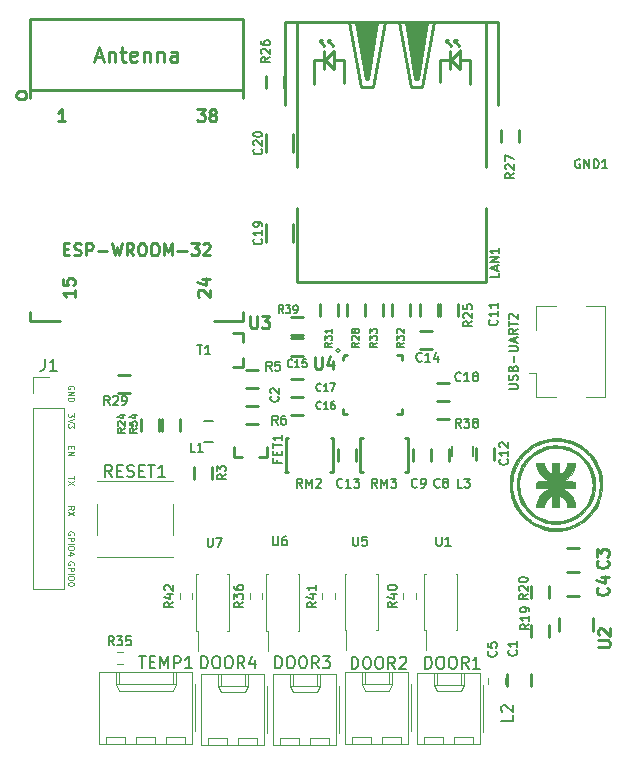
<source format=gbr>
G04 #@! TF.GenerationSoftware,KiCad,Pcbnew,(5.1.10)-1*
G04 #@! TF.CreationDate,2021-08-27T22:23:48-03:00*
G04 #@! TF.ProjectId,ESP32-GATEWAY_Rev_F,45535033-322d-4474-9154-455741595f52,F*
G04 #@! TF.SameCoordinates,Original*
G04 #@! TF.FileFunction,Legend,Top*
G04 #@! TF.FilePolarity,Positive*
%FSLAX46Y46*%
G04 Gerber Fmt 4.6, Leading zero omitted, Abs format (unit mm)*
G04 Created by KiCad (PCBNEW (5.1.10)-1) date 2021-08-27 22:23:48*
%MOMM*%
%LPD*%
G01*
G04 APERTURE LIST*
%ADD10C,0.125000*%
%ADD11C,0.010000*%
%ADD12C,0.120000*%
%ADD13C,0.254000*%
%ADD14C,0.127000*%
%ADD15C,0.200000*%
%ADD16C,0.150000*%
%ADD17C,0.190500*%
%ADD18C,0.177800*%
%ADD19C,0.158750*%
G04 APERTURE END LIST*
D10*
X74672000Y-113307904D02*
X74695809Y-113260285D01*
X74695809Y-113188857D01*
X74672000Y-113117428D01*
X74624380Y-113069809D01*
X74576761Y-113046000D01*
X74481523Y-113022190D01*
X74410095Y-113022190D01*
X74314857Y-113046000D01*
X74267238Y-113069809D01*
X74219619Y-113117428D01*
X74195809Y-113188857D01*
X74195809Y-113236476D01*
X74219619Y-113307904D01*
X74243428Y-113331714D01*
X74410095Y-113331714D01*
X74410095Y-113236476D01*
X74195809Y-113546000D02*
X74695809Y-113546000D01*
X74695809Y-113736476D01*
X74672000Y-113784095D01*
X74648190Y-113807904D01*
X74600571Y-113831714D01*
X74529142Y-113831714D01*
X74481523Y-113807904D01*
X74457714Y-113784095D01*
X74433904Y-113736476D01*
X74433904Y-113546000D01*
X74195809Y-114046000D02*
X74695809Y-114046000D01*
X74695809Y-114379333D02*
X74695809Y-114474571D01*
X74672000Y-114522190D01*
X74624380Y-114569809D01*
X74529142Y-114593619D01*
X74362476Y-114593619D01*
X74267238Y-114569809D01*
X74219619Y-114522190D01*
X74195809Y-114474571D01*
X74195809Y-114379333D01*
X74219619Y-114331714D01*
X74267238Y-114284095D01*
X74362476Y-114260285D01*
X74529142Y-114260285D01*
X74624380Y-114284095D01*
X74672000Y-114331714D01*
X74695809Y-114379333D01*
X74695809Y-114903142D02*
X74695809Y-114950761D01*
X74672000Y-114998380D01*
X74648190Y-115022190D01*
X74600571Y-115046000D01*
X74505333Y-115069809D01*
X74386285Y-115069809D01*
X74291047Y-115046000D01*
X74243428Y-115022190D01*
X74219619Y-114998380D01*
X74195809Y-114950761D01*
X74195809Y-114903142D01*
X74219619Y-114855523D01*
X74243428Y-114831714D01*
X74291047Y-114807904D01*
X74386285Y-114784095D01*
X74505333Y-114784095D01*
X74600571Y-114807904D01*
X74648190Y-114831714D01*
X74672000Y-114855523D01*
X74695809Y-114903142D01*
X74672000Y-110767904D02*
X74695809Y-110720285D01*
X74695809Y-110648857D01*
X74672000Y-110577428D01*
X74624380Y-110529809D01*
X74576761Y-110506000D01*
X74481523Y-110482190D01*
X74410095Y-110482190D01*
X74314857Y-110506000D01*
X74267238Y-110529809D01*
X74219619Y-110577428D01*
X74195809Y-110648857D01*
X74195809Y-110696476D01*
X74219619Y-110767904D01*
X74243428Y-110791714D01*
X74410095Y-110791714D01*
X74410095Y-110696476D01*
X74195809Y-111006000D02*
X74695809Y-111006000D01*
X74695809Y-111196476D01*
X74672000Y-111244095D01*
X74648190Y-111267904D01*
X74600571Y-111291714D01*
X74529142Y-111291714D01*
X74481523Y-111267904D01*
X74457714Y-111244095D01*
X74433904Y-111196476D01*
X74433904Y-111006000D01*
X74195809Y-111506000D02*
X74695809Y-111506000D01*
X74695809Y-111839333D02*
X74695809Y-111934571D01*
X74672000Y-111982190D01*
X74624380Y-112029809D01*
X74529142Y-112053619D01*
X74362476Y-112053619D01*
X74267238Y-112029809D01*
X74219619Y-111982190D01*
X74195809Y-111934571D01*
X74195809Y-111839333D01*
X74219619Y-111791714D01*
X74267238Y-111744095D01*
X74362476Y-111720285D01*
X74529142Y-111720285D01*
X74624380Y-111744095D01*
X74672000Y-111791714D01*
X74695809Y-111839333D01*
X74529142Y-112482190D02*
X74195809Y-112482190D01*
X74719619Y-112363142D02*
X74362476Y-112244095D01*
X74362476Y-112553619D01*
X74195809Y-108628666D02*
X74433904Y-108462000D01*
X74195809Y-108342952D02*
X74695809Y-108342952D01*
X74695809Y-108533428D01*
X74672000Y-108581047D01*
X74648190Y-108604857D01*
X74600571Y-108628666D01*
X74529142Y-108628666D01*
X74481523Y-108604857D01*
X74457714Y-108581047D01*
X74433904Y-108533428D01*
X74433904Y-108342952D01*
X74695809Y-108795333D02*
X74195809Y-109128666D01*
X74695809Y-109128666D02*
X74195809Y-108795333D01*
X74695809Y-105791047D02*
X74695809Y-106076761D01*
X74195809Y-105933904D02*
X74695809Y-105933904D01*
X74695809Y-106195809D02*
X74195809Y-106529142D01*
X74695809Y-106529142D02*
X74195809Y-106195809D01*
X74457714Y-103262952D02*
X74457714Y-103429619D01*
X74195809Y-103501047D02*
X74195809Y-103262952D01*
X74695809Y-103262952D01*
X74695809Y-103501047D01*
X74195809Y-103715333D02*
X74695809Y-103715333D01*
X74195809Y-104001047D01*
X74695809Y-104001047D01*
X74695809Y-100472952D02*
X74695809Y-100782476D01*
X74505333Y-100615809D01*
X74505333Y-100687238D01*
X74481523Y-100734857D01*
X74457714Y-100758666D01*
X74410095Y-100782476D01*
X74291047Y-100782476D01*
X74243428Y-100758666D01*
X74219619Y-100734857D01*
X74195809Y-100687238D01*
X74195809Y-100544380D01*
X74219619Y-100496761D01*
X74243428Y-100472952D01*
X74695809Y-100925333D02*
X74195809Y-101092000D01*
X74695809Y-101258666D01*
X74695809Y-101377714D02*
X74695809Y-101687238D01*
X74505333Y-101520571D01*
X74505333Y-101592000D01*
X74481523Y-101639619D01*
X74457714Y-101663428D01*
X74410095Y-101687238D01*
X74291047Y-101687238D01*
X74243428Y-101663428D01*
X74219619Y-101639619D01*
X74195809Y-101592000D01*
X74195809Y-101449142D01*
X74219619Y-101401523D01*
X74243428Y-101377714D01*
X74672000Y-98425047D02*
X74695809Y-98377428D01*
X74695809Y-98306000D01*
X74672000Y-98234571D01*
X74624380Y-98186952D01*
X74576761Y-98163142D01*
X74481523Y-98139333D01*
X74410095Y-98139333D01*
X74314857Y-98163142D01*
X74267238Y-98186952D01*
X74219619Y-98234571D01*
X74195809Y-98306000D01*
X74195809Y-98353619D01*
X74219619Y-98425047D01*
X74243428Y-98448857D01*
X74410095Y-98448857D01*
X74410095Y-98353619D01*
X74195809Y-98663142D02*
X74695809Y-98663142D01*
X74195809Y-98948857D01*
X74695809Y-98948857D01*
X74195809Y-99186952D02*
X74695809Y-99186952D01*
X74695809Y-99306000D01*
X74672000Y-99377428D01*
X74624380Y-99425047D01*
X74576761Y-99448857D01*
X74481523Y-99472666D01*
X74410095Y-99472666D01*
X74314857Y-99448857D01*
X74267238Y-99425047D01*
X74219619Y-99377428D01*
X74195809Y-99306000D01*
X74195809Y-99186952D01*
D11*
G36*
X115740541Y-102604940D02*
G01*
X116129198Y-102647383D01*
X116511952Y-102728623D01*
X116885731Y-102848308D01*
X117247463Y-103006087D01*
X117594074Y-103201606D01*
X117922494Y-103434514D01*
X118229650Y-103704458D01*
X118261064Y-103735457D01*
X118548487Y-104050030D01*
X118794439Y-104379264D01*
X118999606Y-104724625D01*
X119164675Y-105087579D01*
X119290333Y-105469591D01*
X119377265Y-105872128D01*
X119419337Y-106209323D01*
X119432285Y-106563552D01*
X119411590Y-106925096D01*
X119358777Y-107283193D01*
X119275372Y-107627080D01*
X119178566Y-107907691D01*
X119031524Y-108241064D01*
X118869107Y-108541019D01*
X118684901Y-108817391D01*
X118472493Y-109080018D01*
X118282071Y-109282699D01*
X117971582Y-109564330D01*
X117638121Y-109808289D01*
X117281490Y-110014686D01*
X116901489Y-110183634D01*
X116497918Y-110315242D01*
X116360489Y-110350270D01*
X116155851Y-110388930D01*
X115921800Y-110416215D01*
X115671751Y-110431570D01*
X115419120Y-110434442D01*
X115177323Y-110424275D01*
X115001261Y-110406457D01*
X114595587Y-110330343D01*
X114204470Y-110213535D01*
X113830389Y-110057829D01*
X113475823Y-109865022D01*
X113143252Y-109636911D01*
X112835156Y-109375293D01*
X112554013Y-109081964D01*
X112302302Y-108758720D01*
X112082504Y-108407359D01*
X111984792Y-108220566D01*
X111880689Y-107991426D01*
X111794887Y-107762793D01*
X111725162Y-107525924D01*
X111669291Y-107272075D01*
X111625051Y-106992503D01*
X111590218Y-106678465D01*
X111588841Y-106663435D01*
X111584767Y-106540208D01*
X111589711Y-106408652D01*
X111802482Y-106408652D01*
X111812034Y-106799889D01*
X111863745Y-107188558D01*
X111957442Y-107572145D01*
X112092952Y-107948138D01*
X112270099Y-108314023D01*
X112447580Y-108606653D01*
X112564696Y-108766083D01*
X112709696Y-108937477D01*
X112873127Y-109111378D01*
X113045535Y-109278325D01*
X113217467Y-109428860D01*
X113379471Y-109553523D01*
X113424842Y-109584541D01*
X113672647Y-109738670D01*
X113913506Y-109867305D01*
X114155791Y-109973306D01*
X114407876Y-110059534D01*
X114678136Y-110128849D01*
X114974945Y-110184112D01*
X115306676Y-110228182D01*
X115310479Y-110228607D01*
X115388499Y-110232469D01*
X115498764Y-110231526D01*
X115629684Y-110226419D01*
X115769667Y-110217784D01*
X115907122Y-110206262D01*
X116030456Y-110192491D01*
X116072479Y-110186610D01*
X116247859Y-110155006D01*
X116430554Y-110113091D01*
X116601677Y-110065517D01*
X116707480Y-110030236D01*
X116784031Y-110003227D01*
X116856854Y-109979096D01*
X116871582Y-109974518D01*
X116935550Y-109949725D01*
X117027735Y-109907093D01*
X117138581Y-109851685D01*
X117258532Y-109788563D01*
X117378029Y-109722789D01*
X117487518Y-109659424D01*
X117577440Y-109603532D01*
X117598331Y-109589555D01*
X117849081Y-109402516D01*
X118083711Y-109194040D01*
X118311659Y-108955363D01*
X118430262Y-108816913D01*
X118495359Y-108730725D01*
X118571450Y-108617802D01*
X118653442Y-108487003D01*
X118736244Y-108347185D01*
X118814763Y-108207209D01*
X118883908Y-108075931D01*
X118938586Y-107962212D01*
X118973705Y-107874910D01*
X118976194Y-107867174D01*
X118994729Y-107809989D01*
X119021260Y-107731008D01*
X119042583Y-107668904D01*
X119124384Y-107381176D01*
X119181273Y-107067412D01*
X119212712Y-106738416D01*
X119218162Y-106404994D01*
X119197083Y-106077951D01*
X119148937Y-105768093D01*
X119139566Y-105724740D01*
X119035166Y-105350714D01*
X118893972Y-104989336D01*
X118719573Y-104649023D01*
X118597991Y-104454740D01*
X118352925Y-104129800D01*
X118078677Y-103837336D01*
X117777297Y-103578587D01*
X117450835Y-103354790D01*
X117101343Y-103167184D01*
X116730871Y-103017007D01*
X116341468Y-102905497D01*
X115935187Y-102833891D01*
X115908061Y-102830626D01*
X115750745Y-102813564D01*
X115620756Y-102803524D01*
X115503664Y-102800539D01*
X115385041Y-102804638D01*
X115250455Y-102815853D01*
X115101137Y-102832364D01*
X114703257Y-102900551D01*
X114319713Y-103008695D01*
X113953205Y-103154907D01*
X113606433Y-103337301D01*
X113282098Y-103553989D01*
X112982898Y-103803082D01*
X112711533Y-104082693D01*
X112470705Y-104390935D01*
X112263112Y-104725919D01*
X112189341Y-104868292D01*
X112028519Y-105244667D01*
X111910551Y-105628528D01*
X111835263Y-106017361D01*
X111802482Y-106408652D01*
X111589711Y-106408652D01*
X111590607Y-106384816D01*
X111605197Y-106207861D01*
X111627375Y-106019940D01*
X111655978Y-105831653D01*
X111689842Y-105653600D01*
X111708769Y-105570131D01*
X111822739Y-105191427D01*
X111977338Y-104825374D01*
X112169971Y-104475512D01*
X112398044Y-104145383D01*
X112658961Y-103838529D01*
X112950128Y-103558491D01*
X113268949Y-103308810D01*
X113456696Y-103184749D01*
X113816249Y-102987012D01*
X114188334Y-102830185D01*
X114569878Y-102713917D01*
X114957809Y-102637855D01*
X115349054Y-102601646D01*
X115740541Y-102604940D01*
G37*
X115740541Y-102604940D02*
X116129198Y-102647383D01*
X116511952Y-102728623D01*
X116885731Y-102848308D01*
X117247463Y-103006087D01*
X117594074Y-103201606D01*
X117922494Y-103434514D01*
X118229650Y-103704458D01*
X118261064Y-103735457D01*
X118548487Y-104050030D01*
X118794439Y-104379264D01*
X118999606Y-104724625D01*
X119164675Y-105087579D01*
X119290333Y-105469591D01*
X119377265Y-105872128D01*
X119419337Y-106209323D01*
X119432285Y-106563552D01*
X119411590Y-106925096D01*
X119358777Y-107283193D01*
X119275372Y-107627080D01*
X119178566Y-107907691D01*
X119031524Y-108241064D01*
X118869107Y-108541019D01*
X118684901Y-108817391D01*
X118472493Y-109080018D01*
X118282071Y-109282699D01*
X117971582Y-109564330D01*
X117638121Y-109808289D01*
X117281490Y-110014686D01*
X116901489Y-110183634D01*
X116497918Y-110315242D01*
X116360489Y-110350270D01*
X116155851Y-110388930D01*
X115921800Y-110416215D01*
X115671751Y-110431570D01*
X115419120Y-110434442D01*
X115177323Y-110424275D01*
X115001261Y-110406457D01*
X114595587Y-110330343D01*
X114204470Y-110213535D01*
X113830389Y-110057829D01*
X113475823Y-109865022D01*
X113143252Y-109636911D01*
X112835156Y-109375293D01*
X112554013Y-109081964D01*
X112302302Y-108758720D01*
X112082504Y-108407359D01*
X111984792Y-108220566D01*
X111880689Y-107991426D01*
X111794887Y-107762793D01*
X111725162Y-107525924D01*
X111669291Y-107272075D01*
X111625051Y-106992503D01*
X111590218Y-106678465D01*
X111588841Y-106663435D01*
X111584767Y-106540208D01*
X111589711Y-106408652D01*
X111802482Y-106408652D01*
X111812034Y-106799889D01*
X111863745Y-107188558D01*
X111957442Y-107572145D01*
X112092952Y-107948138D01*
X112270099Y-108314023D01*
X112447580Y-108606653D01*
X112564696Y-108766083D01*
X112709696Y-108937477D01*
X112873127Y-109111378D01*
X113045535Y-109278325D01*
X113217467Y-109428860D01*
X113379471Y-109553523D01*
X113424842Y-109584541D01*
X113672647Y-109738670D01*
X113913506Y-109867305D01*
X114155791Y-109973306D01*
X114407876Y-110059534D01*
X114678136Y-110128849D01*
X114974945Y-110184112D01*
X115306676Y-110228182D01*
X115310479Y-110228607D01*
X115388499Y-110232469D01*
X115498764Y-110231526D01*
X115629684Y-110226419D01*
X115769667Y-110217784D01*
X115907122Y-110206262D01*
X116030456Y-110192491D01*
X116072479Y-110186610D01*
X116247859Y-110155006D01*
X116430554Y-110113091D01*
X116601677Y-110065517D01*
X116707480Y-110030236D01*
X116784031Y-110003227D01*
X116856854Y-109979096D01*
X116871582Y-109974518D01*
X116935550Y-109949725D01*
X117027735Y-109907093D01*
X117138581Y-109851685D01*
X117258532Y-109788563D01*
X117378029Y-109722789D01*
X117487518Y-109659424D01*
X117577440Y-109603532D01*
X117598331Y-109589555D01*
X117849081Y-109402516D01*
X118083711Y-109194040D01*
X118311659Y-108955363D01*
X118430262Y-108816913D01*
X118495359Y-108730725D01*
X118571450Y-108617802D01*
X118653442Y-108487003D01*
X118736244Y-108347185D01*
X118814763Y-108207209D01*
X118883908Y-108075931D01*
X118938586Y-107962212D01*
X118973705Y-107874910D01*
X118976194Y-107867174D01*
X118994729Y-107809989D01*
X119021260Y-107731008D01*
X119042583Y-107668904D01*
X119124384Y-107381176D01*
X119181273Y-107067412D01*
X119212712Y-106738416D01*
X119218162Y-106404994D01*
X119197083Y-106077951D01*
X119148937Y-105768093D01*
X119139566Y-105724740D01*
X119035166Y-105350714D01*
X118893972Y-104989336D01*
X118719573Y-104649023D01*
X118597991Y-104454740D01*
X118352925Y-104129800D01*
X118078677Y-103837336D01*
X117777297Y-103578587D01*
X117450835Y-103354790D01*
X117101343Y-103167184D01*
X116730871Y-103017007D01*
X116341468Y-102905497D01*
X115935187Y-102833891D01*
X115908061Y-102830626D01*
X115750745Y-102813564D01*
X115620756Y-102803524D01*
X115503664Y-102800539D01*
X115385041Y-102804638D01*
X115250455Y-102815853D01*
X115101137Y-102832364D01*
X114703257Y-102900551D01*
X114319713Y-103008695D01*
X113953205Y-103154907D01*
X113606433Y-103337301D01*
X113282098Y-103553989D01*
X112982898Y-103803082D01*
X112711533Y-104082693D01*
X112470705Y-104390935D01*
X112263112Y-104725919D01*
X112189341Y-104868292D01*
X112028519Y-105244667D01*
X111910551Y-105628528D01*
X111835263Y-106017361D01*
X111802482Y-106408652D01*
X111589711Y-106408652D01*
X111590607Y-106384816D01*
X111605197Y-106207861D01*
X111627375Y-106019940D01*
X111655978Y-105831653D01*
X111689842Y-105653600D01*
X111708769Y-105570131D01*
X111822739Y-105191427D01*
X111977338Y-104825374D01*
X112169971Y-104475512D01*
X112398044Y-104145383D01*
X112658961Y-103838529D01*
X112950128Y-103558491D01*
X113268949Y-103308810D01*
X113456696Y-103184749D01*
X113816249Y-102987012D01*
X114188334Y-102830185D01*
X114569878Y-102713917D01*
X114957809Y-102637855D01*
X115349054Y-102601646D01*
X115740541Y-102604940D01*
G36*
X115793715Y-103210417D02*
G01*
X116150255Y-103261878D01*
X116499595Y-103352305D01*
X116837893Y-103480033D01*
X117161309Y-103643397D01*
X117466003Y-103840732D01*
X117748134Y-104070371D01*
X118003862Y-104330651D01*
X118208521Y-104590079D01*
X118276451Y-104691173D01*
X118348706Y-104807106D01*
X118419885Y-104928311D01*
X118484589Y-105045220D01*
X118537420Y-105148263D01*
X118572979Y-105227873D01*
X118580802Y-105249870D01*
X118598333Y-105301268D01*
X118624913Y-105374474D01*
X118644494Y-105426566D01*
X118720324Y-105664814D01*
X118778280Y-105930105D01*
X118815915Y-106208090D01*
X118830782Y-106484420D01*
X118830914Y-106519870D01*
X118808378Y-106902124D01*
X118743452Y-107274379D01*
X118637269Y-107633915D01*
X118490963Y-107978014D01*
X118305666Y-108303960D01*
X118082513Y-108609034D01*
X117855805Y-108857994D01*
X117603135Y-109087736D01*
X117340237Y-109282508D01*
X117054435Y-109451449D01*
X116978044Y-109490658D01*
X116714351Y-109609166D01*
X116449324Y-109700046D01*
X116167509Y-109768107D01*
X115984131Y-109799961D01*
X115693161Y-109832834D01*
X115419367Y-109838485D01*
X115145152Y-109816936D01*
X115034392Y-109801180D01*
X114829656Y-109764865D01*
X114651948Y-109723910D01*
X114484124Y-109673858D01*
X114327609Y-109617445D01*
X113984774Y-109462510D01*
X113665667Y-109272186D01*
X113372324Y-109049429D01*
X113106777Y-108797195D01*
X112871060Y-108518440D01*
X112667209Y-108216120D01*
X112497256Y-107893192D01*
X112363235Y-107552612D01*
X112267180Y-107197336D01*
X112211125Y-106830320D01*
X112199128Y-106576770D01*
X112407544Y-106576770D01*
X112433826Y-106936136D01*
X112502012Y-107289853D01*
X112557571Y-107480653D01*
X112692015Y-107821509D01*
X112863352Y-108140423D01*
X113068881Y-108435030D01*
X113305896Y-108702969D01*
X113571695Y-108941876D01*
X113863573Y-109149387D01*
X114178828Y-109323141D01*
X114514755Y-109460774D01*
X114868651Y-109559922D01*
X114957087Y-109577942D01*
X115152644Y-109605064D01*
X115372710Y-109619149D01*
X115601121Y-109620183D01*
X115821713Y-109608151D01*
X116018321Y-109583038D01*
X116040610Y-109578939D01*
X116302933Y-109521473D01*
X116534344Y-109453890D01*
X116747776Y-109371429D01*
X116956164Y-109269331D01*
X117091947Y-109192028D01*
X117395420Y-108986405D01*
X117669192Y-108750993D01*
X117911701Y-108489029D01*
X118121389Y-108203750D01*
X118296694Y-107898393D01*
X118436058Y-107576193D01*
X118537921Y-107240387D01*
X118600722Y-106894213D01*
X118622901Y-106540905D01*
X118602900Y-106183701D01*
X118589687Y-106084482D01*
X118514965Y-105717690D01*
X118404114Y-105375551D01*
X118255913Y-105055652D01*
X118069140Y-104755577D01*
X117842576Y-104472912D01*
X117698768Y-104322218D01*
X117421522Y-104074275D01*
X117132120Y-103867751D01*
X116826789Y-103700694D01*
X116501757Y-103571151D01*
X116153250Y-103477171D01*
X116013870Y-103450375D01*
X115862534Y-103431560D01*
X115682757Y-103420711D01*
X115489549Y-103417821D01*
X115297919Y-103422885D01*
X115122875Y-103435899D01*
X115012305Y-103450735D01*
X114650582Y-103534127D01*
X114305910Y-103656816D01*
X113981017Y-103816755D01*
X113678632Y-104011903D01*
X113401485Y-104240213D01*
X113152304Y-104499644D01*
X112933819Y-104788149D01*
X112748759Y-105103686D01*
X112715434Y-105171032D01*
X112577112Y-105508886D01*
X112479489Y-105858735D01*
X112422866Y-106216166D01*
X112407544Y-106576770D01*
X112199128Y-106576770D01*
X112196435Y-106519870D01*
X112204397Y-106306230D01*
X112226626Y-106080879D01*
X112260795Y-105861938D01*
X112304576Y-105667527D01*
X112307058Y-105658479D01*
X112428649Y-105300545D01*
X112589139Y-104959688D01*
X112785826Y-104639350D01*
X113016008Y-104342973D01*
X113276983Y-104073997D01*
X113566048Y-103835866D01*
X113880501Y-103632020D01*
X113911818Y-103614440D01*
X114209363Y-103468323D01*
X114518167Y-103354859D01*
X114847971Y-103270837D01*
X115074391Y-103231056D01*
X115433813Y-103199588D01*
X115793715Y-103210417D01*
G37*
X115793715Y-103210417D02*
X116150255Y-103261878D01*
X116499595Y-103352305D01*
X116837893Y-103480033D01*
X117161309Y-103643397D01*
X117466003Y-103840732D01*
X117748134Y-104070371D01*
X118003862Y-104330651D01*
X118208521Y-104590079D01*
X118276451Y-104691173D01*
X118348706Y-104807106D01*
X118419885Y-104928311D01*
X118484589Y-105045220D01*
X118537420Y-105148263D01*
X118572979Y-105227873D01*
X118580802Y-105249870D01*
X118598333Y-105301268D01*
X118624913Y-105374474D01*
X118644494Y-105426566D01*
X118720324Y-105664814D01*
X118778280Y-105930105D01*
X118815915Y-106208090D01*
X118830782Y-106484420D01*
X118830914Y-106519870D01*
X118808378Y-106902124D01*
X118743452Y-107274379D01*
X118637269Y-107633915D01*
X118490963Y-107978014D01*
X118305666Y-108303960D01*
X118082513Y-108609034D01*
X117855805Y-108857994D01*
X117603135Y-109087736D01*
X117340237Y-109282508D01*
X117054435Y-109451449D01*
X116978044Y-109490658D01*
X116714351Y-109609166D01*
X116449324Y-109700046D01*
X116167509Y-109768107D01*
X115984131Y-109799961D01*
X115693161Y-109832834D01*
X115419367Y-109838485D01*
X115145152Y-109816936D01*
X115034392Y-109801180D01*
X114829656Y-109764865D01*
X114651948Y-109723910D01*
X114484124Y-109673858D01*
X114327609Y-109617445D01*
X113984774Y-109462510D01*
X113665667Y-109272186D01*
X113372324Y-109049429D01*
X113106777Y-108797195D01*
X112871060Y-108518440D01*
X112667209Y-108216120D01*
X112497256Y-107893192D01*
X112363235Y-107552612D01*
X112267180Y-107197336D01*
X112211125Y-106830320D01*
X112199128Y-106576770D01*
X112407544Y-106576770D01*
X112433826Y-106936136D01*
X112502012Y-107289853D01*
X112557571Y-107480653D01*
X112692015Y-107821509D01*
X112863352Y-108140423D01*
X113068881Y-108435030D01*
X113305896Y-108702969D01*
X113571695Y-108941876D01*
X113863573Y-109149387D01*
X114178828Y-109323141D01*
X114514755Y-109460774D01*
X114868651Y-109559922D01*
X114957087Y-109577942D01*
X115152644Y-109605064D01*
X115372710Y-109619149D01*
X115601121Y-109620183D01*
X115821713Y-109608151D01*
X116018321Y-109583038D01*
X116040610Y-109578939D01*
X116302933Y-109521473D01*
X116534344Y-109453890D01*
X116747776Y-109371429D01*
X116956164Y-109269331D01*
X117091947Y-109192028D01*
X117395420Y-108986405D01*
X117669192Y-108750993D01*
X117911701Y-108489029D01*
X118121389Y-108203750D01*
X118296694Y-107898393D01*
X118436058Y-107576193D01*
X118537921Y-107240387D01*
X118600722Y-106894213D01*
X118622901Y-106540905D01*
X118602900Y-106183701D01*
X118589687Y-106084482D01*
X118514965Y-105717690D01*
X118404114Y-105375551D01*
X118255913Y-105055652D01*
X118069140Y-104755577D01*
X117842576Y-104472912D01*
X117698768Y-104322218D01*
X117421522Y-104074275D01*
X117132120Y-103867751D01*
X116826789Y-103700694D01*
X116501757Y-103571151D01*
X116153250Y-103477171D01*
X116013870Y-103450375D01*
X115862534Y-103431560D01*
X115682757Y-103420711D01*
X115489549Y-103417821D01*
X115297919Y-103422885D01*
X115122875Y-103435899D01*
X115012305Y-103450735D01*
X114650582Y-103534127D01*
X114305910Y-103656816D01*
X113981017Y-103816755D01*
X113678632Y-104011903D01*
X113401485Y-104240213D01*
X113152304Y-104499644D01*
X112933819Y-104788149D01*
X112748759Y-105103686D01*
X112715434Y-105171032D01*
X112577112Y-105508886D01*
X112479489Y-105858735D01*
X112422866Y-106216166D01*
X112407544Y-106576770D01*
X112199128Y-106576770D01*
X112196435Y-106519870D01*
X112204397Y-106306230D01*
X112226626Y-106080879D01*
X112260795Y-105861938D01*
X112304576Y-105667527D01*
X112307058Y-105658479D01*
X112428649Y-105300545D01*
X112589139Y-104959688D01*
X112785826Y-104639350D01*
X113016008Y-104342973D01*
X113276983Y-104073997D01*
X113566048Y-103835866D01*
X113880501Y-103632020D01*
X113911818Y-103614440D01*
X114209363Y-103468323D01*
X114518167Y-103354859D01*
X114847971Y-103270837D01*
X115074391Y-103231056D01*
X115433813Y-103199588D01*
X115793715Y-103210417D01*
G36*
X114271744Y-104653533D02*
G01*
X114365066Y-104658070D01*
X114438803Y-104665841D01*
X114482443Y-104676827D01*
X114488428Y-104681131D01*
X114503452Y-104717197D01*
X114518358Y-104781161D01*
X114526770Y-104835437D01*
X114570091Y-105012049D01*
X114652554Y-105180140D01*
X114769138Y-105332300D01*
X114914826Y-105461117D01*
X114979584Y-105504119D01*
X115051002Y-105547189D01*
X115105057Y-105575460D01*
X115144165Y-105584966D01*
X115170742Y-105571741D01*
X115187204Y-105531816D01*
X115195967Y-105461225D01*
X115199447Y-105356002D01*
X115200060Y-105212179D01*
X115200044Y-105142140D01*
X115200658Y-104984878D01*
X115202734Y-104866498D01*
X115206622Y-104781719D01*
X115212671Y-104725264D01*
X115221231Y-104691852D01*
X115230814Y-104677568D01*
X115271642Y-104664784D01*
X115355492Y-104658123D01*
X115481632Y-104657637D01*
X115512422Y-104658298D01*
X115763261Y-104664566D01*
X115769231Y-105122870D01*
X115771394Y-105276077D01*
X115773751Y-105390701D01*
X115776918Y-105472329D01*
X115781514Y-105526549D01*
X115788153Y-105558949D01*
X115797453Y-105575118D01*
X115810031Y-105580643D01*
X115819807Y-105581174D01*
X115892098Y-105564156D01*
X115983968Y-105515839D01*
X116088580Y-105440328D01*
X116165858Y-105373370D01*
X116284851Y-105239182D01*
X116376870Y-105085877D01*
X116435468Y-104925344D01*
X116449787Y-104849565D01*
X116459833Y-104773891D01*
X116472214Y-104720706D01*
X116494030Y-104686050D01*
X116532385Y-104665963D01*
X116594377Y-104656485D01*
X116687110Y-104653656D01*
X116801348Y-104653522D01*
X116933560Y-104654187D01*
X117027349Y-104659084D01*
X117088464Y-104672566D01*
X117122656Y-104698986D01*
X117135675Y-104742697D01*
X117133271Y-104808051D01*
X117121676Y-104896007D01*
X117062994Y-105157593D01*
X116964669Y-105401598D01*
X116828607Y-105625435D01*
X116656714Y-105826520D01*
X116450899Y-106002268D01*
X116213067Y-106150092D01*
X116186713Y-106163687D01*
X116050392Y-106232740D01*
X116575796Y-106243783D01*
X116746355Y-106247785D01*
X116877766Y-106251999D01*
X116975054Y-106256831D01*
X117043242Y-106262688D01*
X117087356Y-106269975D01*
X117112420Y-106279099D01*
X117122109Y-106287957D01*
X117132379Y-106326979D01*
X117139150Y-106397714D01*
X117142454Y-106487840D01*
X117142321Y-106585037D01*
X117138783Y-106676984D01*
X117131869Y-106751362D01*
X117121612Y-106795849D01*
X117120832Y-106797409D01*
X117111327Y-106810978D01*
X117095552Y-106821329D01*
X117068018Y-106828896D01*
X117023236Y-106834111D01*
X116955717Y-106837409D01*
X116859971Y-106839222D01*
X116730509Y-106839985D01*
X116579701Y-106840131D01*
X116433693Y-106840918D01*
X116303605Y-106843128D01*
X116195541Y-106846532D01*
X116115606Y-106850903D01*
X116069903Y-106856012D01*
X116061435Y-106859498D01*
X116080072Y-106877976D01*
X116128249Y-106905640D01*
X116177392Y-106928520D01*
X116357951Y-107025014D01*
X116536396Y-107156146D01*
X116702176Y-107313197D01*
X116831915Y-107469609D01*
X116948766Y-107661172D01*
X117042012Y-107879049D01*
X117106379Y-108109362D01*
X117129488Y-108252475D01*
X117135367Y-108319473D01*
X117131299Y-108367120D01*
X117111245Y-108398710D01*
X117069168Y-108417537D01*
X116999029Y-108426895D01*
X116894789Y-108430076D01*
X116803275Y-108430392D01*
X116667805Y-108428841D01*
X116572510Y-108423962D01*
X116513495Y-108415414D01*
X116486862Y-108402859D01*
X116486802Y-108402783D01*
X116472500Y-108366696D01*
X116458534Y-108302691D01*
X116450805Y-108248435D01*
X116408989Y-108072449D01*
X116324490Y-107905598D01*
X116198155Y-107749511D01*
X116183351Y-107734653D01*
X116095059Y-107655795D01*
X116004736Y-107589150D01*
X115920696Y-107539651D01*
X115851255Y-107512233D01*
X115806514Y-107511080D01*
X115795263Y-107522013D01*
X115786882Y-107548592D01*
X115780984Y-107596242D01*
X115777185Y-107670387D01*
X115775097Y-107776453D01*
X115774334Y-107919862D01*
X115774305Y-107963509D01*
X115773908Y-108115705D01*
X115772426Y-108229397D01*
X115769423Y-108310253D01*
X115764461Y-108363938D01*
X115757105Y-108396119D01*
X115746919Y-108412463D01*
X115739368Y-108416985D01*
X115694155Y-108425447D01*
X115620654Y-108430129D01*
X115530376Y-108431326D01*
X115434831Y-108429331D01*
X115345531Y-108424438D01*
X115273986Y-108416942D01*
X115231707Y-108407137D01*
X115226548Y-108403887D01*
X115216378Y-108377387D01*
X115208822Y-108318881D01*
X115203701Y-108225258D01*
X115200838Y-108093407D01*
X115200044Y-107940061D01*
X115200096Y-107783575D01*
X115198820Y-107666770D01*
X115194064Y-107585158D01*
X115183676Y-107534254D01*
X115165507Y-107509573D01*
X115137406Y-107506627D01*
X115097220Y-107520931D01*
X115042800Y-107547998D01*
X115018108Y-107560612D01*
X114877644Y-107653936D01*
X114750844Y-107780181D01*
X114645098Y-107928938D01*
X114567796Y-108089794D01*
X114526327Y-108252338D01*
X114526150Y-108253696D01*
X114513504Y-108326369D01*
X114497925Y-108382660D01*
X114488084Y-108402783D01*
X114461088Y-108415562D01*
X114401841Y-108423879D01*
X114306267Y-108428084D01*
X114186861Y-108428648D01*
X114078515Y-108427139D01*
X113985191Y-108424286D01*
X113916343Y-108420486D01*
X113881428Y-108416138D01*
X113880348Y-108415764D01*
X113860946Y-108385321D01*
X113853822Y-108318949D01*
X113858868Y-108223119D01*
X113875978Y-108104303D01*
X113886375Y-108050836D01*
X113952598Y-107832420D01*
X114056369Y-107618999D01*
X114191797Y-107417836D01*
X114352988Y-107236192D01*
X114534050Y-107081327D01*
X114729090Y-106960504D01*
X114796957Y-106928720D01*
X114859792Y-106898593D01*
X114901901Y-106872446D01*
X114912913Y-106859498D01*
X114891868Y-106853922D01*
X114832895Y-106848974D01*
X114742241Y-106844899D01*
X114626148Y-106841940D01*
X114490864Y-106840343D01*
X114417763Y-106840131D01*
X114272621Y-106839552D01*
X114141132Y-106837932D01*
X114030141Y-106835442D01*
X113946495Y-106832257D01*
X113897039Y-106828550D01*
X113887676Y-106826724D01*
X113872413Y-106814125D01*
X113862225Y-106785351D01*
X113856177Y-106733085D01*
X113853335Y-106650011D01*
X113852739Y-106553342D01*
X113854400Y-106429078D01*
X113859746Y-106343592D01*
X113869322Y-106291600D01*
X113882100Y-106268999D01*
X113915804Y-106259808D01*
X113992044Y-106252045D01*
X114109201Y-106245801D01*
X114265657Y-106241167D01*
X114417709Y-106238686D01*
X114923957Y-106232740D01*
X114743585Y-106137369D01*
X114512000Y-105990835D01*
X114311146Y-105812628D01*
X114141775Y-105603522D01*
X114018808Y-105393435D01*
X113962190Y-105265395D01*
X113915723Y-105132687D01*
X113880934Y-105003127D01*
X113859353Y-104884532D01*
X113852509Y-104784716D01*
X113861930Y-104711495D01*
X113879244Y-104680026D01*
X113912824Y-104668107D01*
X113979375Y-104659517D01*
X114068387Y-104654237D01*
X114169347Y-104652249D01*
X114271744Y-104653533D01*
G37*
X114271744Y-104653533D02*
X114365066Y-104658070D01*
X114438803Y-104665841D01*
X114482443Y-104676827D01*
X114488428Y-104681131D01*
X114503452Y-104717197D01*
X114518358Y-104781161D01*
X114526770Y-104835437D01*
X114570091Y-105012049D01*
X114652554Y-105180140D01*
X114769138Y-105332300D01*
X114914826Y-105461117D01*
X114979584Y-105504119D01*
X115051002Y-105547189D01*
X115105057Y-105575460D01*
X115144165Y-105584966D01*
X115170742Y-105571741D01*
X115187204Y-105531816D01*
X115195967Y-105461225D01*
X115199447Y-105356002D01*
X115200060Y-105212179D01*
X115200044Y-105142140D01*
X115200658Y-104984878D01*
X115202734Y-104866498D01*
X115206622Y-104781719D01*
X115212671Y-104725264D01*
X115221231Y-104691852D01*
X115230814Y-104677568D01*
X115271642Y-104664784D01*
X115355492Y-104658123D01*
X115481632Y-104657637D01*
X115512422Y-104658298D01*
X115763261Y-104664566D01*
X115769231Y-105122870D01*
X115771394Y-105276077D01*
X115773751Y-105390701D01*
X115776918Y-105472329D01*
X115781514Y-105526549D01*
X115788153Y-105558949D01*
X115797453Y-105575118D01*
X115810031Y-105580643D01*
X115819807Y-105581174D01*
X115892098Y-105564156D01*
X115983968Y-105515839D01*
X116088580Y-105440328D01*
X116165858Y-105373370D01*
X116284851Y-105239182D01*
X116376870Y-105085877D01*
X116435468Y-104925344D01*
X116449787Y-104849565D01*
X116459833Y-104773891D01*
X116472214Y-104720706D01*
X116494030Y-104686050D01*
X116532385Y-104665963D01*
X116594377Y-104656485D01*
X116687110Y-104653656D01*
X116801348Y-104653522D01*
X116933560Y-104654187D01*
X117027349Y-104659084D01*
X117088464Y-104672566D01*
X117122656Y-104698986D01*
X117135675Y-104742697D01*
X117133271Y-104808051D01*
X117121676Y-104896007D01*
X117062994Y-105157593D01*
X116964669Y-105401598D01*
X116828607Y-105625435D01*
X116656714Y-105826520D01*
X116450899Y-106002268D01*
X116213067Y-106150092D01*
X116186713Y-106163687D01*
X116050392Y-106232740D01*
X116575796Y-106243783D01*
X116746355Y-106247785D01*
X116877766Y-106251999D01*
X116975054Y-106256831D01*
X117043242Y-106262688D01*
X117087356Y-106269975D01*
X117112420Y-106279099D01*
X117122109Y-106287957D01*
X117132379Y-106326979D01*
X117139150Y-106397714D01*
X117142454Y-106487840D01*
X117142321Y-106585037D01*
X117138783Y-106676984D01*
X117131869Y-106751362D01*
X117121612Y-106795849D01*
X117120832Y-106797409D01*
X117111327Y-106810978D01*
X117095552Y-106821329D01*
X117068018Y-106828896D01*
X117023236Y-106834111D01*
X116955717Y-106837409D01*
X116859971Y-106839222D01*
X116730509Y-106839985D01*
X116579701Y-106840131D01*
X116433693Y-106840918D01*
X116303605Y-106843128D01*
X116195541Y-106846532D01*
X116115606Y-106850903D01*
X116069903Y-106856012D01*
X116061435Y-106859498D01*
X116080072Y-106877976D01*
X116128249Y-106905640D01*
X116177392Y-106928520D01*
X116357951Y-107025014D01*
X116536396Y-107156146D01*
X116702176Y-107313197D01*
X116831915Y-107469609D01*
X116948766Y-107661172D01*
X117042012Y-107879049D01*
X117106379Y-108109362D01*
X117129488Y-108252475D01*
X117135367Y-108319473D01*
X117131299Y-108367120D01*
X117111245Y-108398710D01*
X117069168Y-108417537D01*
X116999029Y-108426895D01*
X116894789Y-108430076D01*
X116803275Y-108430392D01*
X116667805Y-108428841D01*
X116572510Y-108423962D01*
X116513495Y-108415414D01*
X116486862Y-108402859D01*
X116486802Y-108402783D01*
X116472500Y-108366696D01*
X116458534Y-108302691D01*
X116450805Y-108248435D01*
X116408989Y-108072449D01*
X116324490Y-107905598D01*
X116198155Y-107749511D01*
X116183351Y-107734653D01*
X116095059Y-107655795D01*
X116004736Y-107589150D01*
X115920696Y-107539651D01*
X115851255Y-107512233D01*
X115806514Y-107511080D01*
X115795263Y-107522013D01*
X115786882Y-107548592D01*
X115780984Y-107596242D01*
X115777185Y-107670387D01*
X115775097Y-107776453D01*
X115774334Y-107919862D01*
X115774305Y-107963509D01*
X115773908Y-108115705D01*
X115772426Y-108229397D01*
X115769423Y-108310253D01*
X115764461Y-108363938D01*
X115757105Y-108396119D01*
X115746919Y-108412463D01*
X115739368Y-108416985D01*
X115694155Y-108425447D01*
X115620654Y-108430129D01*
X115530376Y-108431326D01*
X115434831Y-108429331D01*
X115345531Y-108424438D01*
X115273986Y-108416942D01*
X115231707Y-108407137D01*
X115226548Y-108403887D01*
X115216378Y-108377387D01*
X115208822Y-108318881D01*
X115203701Y-108225258D01*
X115200838Y-108093407D01*
X115200044Y-107940061D01*
X115200096Y-107783575D01*
X115198820Y-107666770D01*
X115194064Y-107585158D01*
X115183676Y-107534254D01*
X115165507Y-107509573D01*
X115137406Y-107506627D01*
X115097220Y-107520931D01*
X115042800Y-107547998D01*
X115018108Y-107560612D01*
X114877644Y-107653936D01*
X114750844Y-107780181D01*
X114645098Y-107928938D01*
X114567796Y-108089794D01*
X114526327Y-108252338D01*
X114526150Y-108253696D01*
X114513504Y-108326369D01*
X114497925Y-108382660D01*
X114488084Y-108402783D01*
X114461088Y-108415562D01*
X114401841Y-108423879D01*
X114306267Y-108428084D01*
X114186861Y-108428648D01*
X114078515Y-108427139D01*
X113985191Y-108424286D01*
X113916343Y-108420486D01*
X113881428Y-108416138D01*
X113880348Y-108415764D01*
X113860946Y-108385321D01*
X113853822Y-108318949D01*
X113858868Y-108223119D01*
X113875978Y-108104303D01*
X113886375Y-108050836D01*
X113952598Y-107832420D01*
X114056369Y-107618999D01*
X114191797Y-107417836D01*
X114352988Y-107236192D01*
X114534050Y-107081327D01*
X114729090Y-106960504D01*
X114796957Y-106928720D01*
X114859792Y-106898593D01*
X114901901Y-106872446D01*
X114912913Y-106859498D01*
X114891868Y-106853922D01*
X114832895Y-106848974D01*
X114742241Y-106844899D01*
X114626148Y-106841940D01*
X114490864Y-106840343D01*
X114417763Y-106840131D01*
X114272621Y-106839552D01*
X114141132Y-106837932D01*
X114030141Y-106835442D01*
X113946495Y-106832257D01*
X113897039Y-106828550D01*
X113887676Y-106826724D01*
X113872413Y-106814125D01*
X113862225Y-106785351D01*
X113856177Y-106733085D01*
X113853335Y-106650011D01*
X113852739Y-106553342D01*
X113854400Y-106429078D01*
X113859746Y-106343592D01*
X113869322Y-106291600D01*
X113882100Y-106268999D01*
X113915804Y-106259808D01*
X113992044Y-106252045D01*
X114109201Y-106245801D01*
X114265657Y-106241167D01*
X114417709Y-106238686D01*
X114923957Y-106232740D01*
X114743585Y-106137369D01*
X114512000Y-105990835D01*
X114311146Y-105812628D01*
X114141775Y-105603522D01*
X114018808Y-105393435D01*
X113962190Y-105265395D01*
X113915723Y-105132687D01*
X113880934Y-105003127D01*
X113859353Y-104884532D01*
X113852509Y-104784716D01*
X113861930Y-104711495D01*
X113879244Y-104680026D01*
X113912824Y-104668107D01*
X113979375Y-104659517D01*
X114068387Y-104654237D01*
X114169347Y-104652249D01*
X114271744Y-104653533D01*
D12*
X83678500Y-116233024D02*
X83678500Y-115723576D01*
X84723500Y-116233024D02*
X84723500Y-115723576D01*
X90788000Y-128569500D02*
X90788000Y-122549500D01*
X90788000Y-122549500D02*
X85488000Y-122549500D01*
X85488000Y-122549500D02*
X85488000Y-128569500D01*
X85488000Y-128569500D02*
X90788000Y-128569500D01*
X91078000Y-127539500D02*
X91078000Y-123539500D01*
X89408000Y-122549500D02*
X89408000Y-123549500D01*
X89408000Y-123549500D02*
X86868000Y-123549500D01*
X86868000Y-123549500D02*
X86868000Y-122549500D01*
X89408000Y-123549500D02*
X89158000Y-124079500D01*
X89158000Y-124079500D02*
X87118000Y-124079500D01*
X87118000Y-124079500D02*
X86868000Y-123549500D01*
X89158000Y-122549500D02*
X89158000Y-123549500D01*
X87118000Y-122549500D02*
X87118000Y-123549500D01*
X90208000Y-128569500D02*
X90208000Y-127969500D01*
X90208000Y-127969500D02*
X88608000Y-127969500D01*
X88608000Y-127969500D02*
X88608000Y-128569500D01*
X87668000Y-128569500D02*
X87668000Y-127969500D01*
X87668000Y-127969500D02*
X86068000Y-127969500D01*
X86068000Y-127969500D02*
X86068000Y-128569500D01*
X85023500Y-114097500D02*
X85173500Y-114097500D01*
X85023500Y-118897500D02*
X85023500Y-114097500D01*
X85173500Y-118897500D02*
X85023500Y-118897500D01*
X87823500Y-118897500D02*
X87673500Y-118897500D01*
X87823500Y-114097500D02*
X87823500Y-118897500D01*
X87673500Y-114097500D02*
X87823500Y-114097500D01*
X85173500Y-118897500D02*
X85173500Y-120597500D01*
X90992500Y-114097500D02*
X91142500Y-114097500D01*
X90992500Y-118897500D02*
X90992500Y-114097500D01*
X91142500Y-118897500D02*
X90992500Y-118897500D01*
X93792500Y-118897500D02*
X93642500Y-118897500D01*
X93792500Y-114097500D02*
X93792500Y-118897500D01*
X93642500Y-114097500D02*
X93792500Y-114097500D01*
X91142500Y-118897500D02*
X91142500Y-120597500D01*
X89584000Y-116233024D02*
X89584000Y-115723576D01*
X90629000Y-116233024D02*
X90629000Y-115723576D01*
X96884000Y-128569500D02*
X96884000Y-122549500D01*
X96884000Y-122549500D02*
X91584000Y-122549500D01*
X91584000Y-122549500D02*
X91584000Y-128569500D01*
X91584000Y-128569500D02*
X96884000Y-128569500D01*
X97174000Y-127539500D02*
X97174000Y-123539500D01*
X95504000Y-122549500D02*
X95504000Y-123549500D01*
X95504000Y-123549500D02*
X92964000Y-123549500D01*
X92964000Y-123549500D02*
X92964000Y-122549500D01*
X95504000Y-123549500D02*
X95254000Y-124079500D01*
X95254000Y-124079500D02*
X93214000Y-124079500D01*
X93214000Y-124079500D02*
X92964000Y-123549500D01*
X95254000Y-122549500D02*
X95254000Y-123549500D01*
X93214000Y-122549500D02*
X93214000Y-123549500D01*
X96304000Y-128569500D02*
X96304000Y-127969500D01*
X96304000Y-127969500D02*
X94704000Y-127969500D01*
X94704000Y-127969500D02*
X94704000Y-128569500D01*
X93764000Y-128569500D02*
X93764000Y-127969500D01*
X93764000Y-127969500D02*
X92164000Y-127969500D01*
X92164000Y-127969500D02*
X92164000Y-128569500D01*
X97609200Y-114059000D02*
X97759200Y-114059000D01*
X97609200Y-118859000D02*
X97609200Y-114059000D01*
X97759200Y-118859000D02*
X97609200Y-118859000D01*
X100409200Y-118859000D02*
X100259200Y-118859000D01*
X100409200Y-114059000D02*
X100409200Y-118859000D01*
X100259200Y-114059000D02*
X100409200Y-114059000D01*
X97759200Y-118859000D02*
X97759200Y-120559000D01*
X104365600Y-114059000D02*
X104515600Y-114059000D01*
X104365600Y-118859000D02*
X104365600Y-114059000D01*
X104515600Y-118859000D02*
X104365600Y-118859000D01*
X107165600Y-118859000D02*
X107015600Y-118859000D01*
X107165600Y-114059000D02*
X107165600Y-118859000D01*
X107015600Y-114059000D02*
X107165600Y-114059000D01*
X104515600Y-118859000D02*
X104515600Y-120559000D01*
X95743500Y-116233024D02*
X95743500Y-115723576D01*
X96788500Y-116233024D02*
X96788500Y-115723576D01*
X102576100Y-116233024D02*
X102576100Y-115723576D01*
X103621100Y-116233024D02*
X103621100Y-115723576D01*
X109755000Y-123375052D02*
X109755000Y-122852548D01*
X111225000Y-123375052D02*
X111225000Y-122852548D01*
X83087600Y-106218600D02*
X83087600Y-106248600D01*
X83087600Y-112678600D02*
X83087600Y-112648600D01*
X76627600Y-112678600D02*
X76627600Y-112648600D01*
X76627600Y-106248600D02*
X76627600Y-106218600D01*
X83087600Y-108148600D02*
X83087600Y-110748600D01*
X76627600Y-106218600D02*
X83087600Y-106218600D01*
X76627600Y-108148600D02*
X76627600Y-110748600D01*
X76627600Y-112678600D02*
X83087600Y-112678600D01*
X78318276Y-120699000D02*
X78827724Y-120699000D01*
X78318276Y-121744000D02*
X78827724Y-121744000D01*
X71237800Y-97425200D02*
X72567800Y-97425200D01*
X71237800Y-98755200D02*
X71237800Y-97425200D01*
X71237800Y-100025200D02*
X73897800Y-100025200D01*
X73897800Y-100025200D02*
X73897800Y-115325200D01*
X71237800Y-100025200D02*
X71237800Y-115325200D01*
X71237800Y-115325200D02*
X73897800Y-115325200D01*
X84692000Y-128442500D02*
X84692000Y-122422500D01*
X84692000Y-122422500D02*
X76852000Y-122422500D01*
X76852000Y-122422500D02*
X76852000Y-128442500D01*
X76852000Y-128442500D02*
X84692000Y-128442500D01*
X84982000Y-127412500D02*
X84982000Y-123412500D01*
X83312000Y-122422500D02*
X83312000Y-123422500D01*
X83312000Y-123422500D02*
X78232000Y-123422500D01*
X78232000Y-123422500D02*
X78232000Y-122422500D01*
X83312000Y-123422500D02*
X83062000Y-123952500D01*
X83062000Y-123952500D02*
X78482000Y-123952500D01*
X78482000Y-123952500D02*
X78232000Y-123422500D01*
X83062000Y-122422500D02*
X83062000Y-123422500D01*
X78482000Y-122422500D02*
X78482000Y-123422500D01*
X84112000Y-128442500D02*
X84112000Y-127842500D01*
X84112000Y-127842500D02*
X82512000Y-127842500D01*
X82512000Y-127842500D02*
X82512000Y-128442500D01*
X81572000Y-128442500D02*
X81572000Y-127842500D01*
X81572000Y-127842500D02*
X79972000Y-127842500D01*
X79972000Y-127842500D02*
X79972000Y-128442500D01*
X79032000Y-128442500D02*
X79032000Y-127842500D01*
X79032000Y-127842500D02*
X77432000Y-127842500D01*
X77432000Y-127842500D02*
X77432000Y-128442500D01*
X102980000Y-128442500D02*
X102980000Y-122422500D01*
X102980000Y-122422500D02*
X97680000Y-122422500D01*
X97680000Y-122422500D02*
X97680000Y-128442500D01*
X97680000Y-128442500D02*
X102980000Y-128442500D01*
X103270000Y-127412500D02*
X103270000Y-123412500D01*
X101600000Y-122422500D02*
X101600000Y-123422500D01*
X101600000Y-123422500D02*
X99060000Y-123422500D01*
X99060000Y-123422500D02*
X99060000Y-122422500D01*
X101600000Y-123422500D02*
X101350000Y-123952500D01*
X101350000Y-123952500D02*
X99310000Y-123952500D01*
X99310000Y-123952500D02*
X99060000Y-123422500D01*
X101350000Y-122422500D02*
X101350000Y-123422500D01*
X99310000Y-122422500D02*
X99310000Y-123422500D01*
X102400000Y-128442500D02*
X102400000Y-127842500D01*
X102400000Y-127842500D02*
X100800000Y-127842500D01*
X100800000Y-127842500D02*
X100800000Y-128442500D01*
X99860000Y-128442500D02*
X99860000Y-127842500D01*
X99860000Y-127842500D02*
X98260000Y-127842500D01*
X98260000Y-127842500D02*
X98260000Y-128442500D01*
X109076000Y-128506000D02*
X109076000Y-122486000D01*
X109076000Y-122486000D02*
X103776000Y-122486000D01*
X103776000Y-122486000D02*
X103776000Y-128506000D01*
X103776000Y-128506000D02*
X109076000Y-128506000D01*
X109366000Y-127476000D02*
X109366000Y-123476000D01*
X107696000Y-122486000D02*
X107696000Y-123486000D01*
X107696000Y-123486000D02*
X105156000Y-123486000D01*
X105156000Y-123486000D02*
X105156000Y-122486000D01*
X107696000Y-123486000D02*
X107446000Y-124016000D01*
X107446000Y-124016000D02*
X105406000Y-124016000D01*
X105406000Y-124016000D02*
X105156000Y-123486000D01*
X107446000Y-122486000D02*
X107446000Y-123486000D01*
X105406000Y-122486000D02*
X105406000Y-123486000D01*
X108496000Y-128506000D02*
X108496000Y-127906000D01*
X108496000Y-127906000D02*
X106896000Y-127906000D01*
X106896000Y-127906000D02*
X106896000Y-128506000D01*
X105956000Y-128506000D02*
X105956000Y-127906000D01*
X105956000Y-127906000D02*
X104356000Y-127906000D01*
X104356000Y-127906000D02*
X104356000Y-128506000D01*
X119628400Y-99122700D02*
X118018400Y-99122700D01*
X113808400Y-91402700D02*
X113808400Y-93462700D01*
X115518400Y-91402700D02*
X113808400Y-91402700D01*
X113808400Y-99122700D02*
X113808400Y-97062700D01*
X115518400Y-99122700D02*
X113808400Y-99122700D01*
X119628400Y-99122700D02*
X119628400Y-91402700D01*
X119628400Y-91402700D02*
X118018400Y-91402700D01*
X113808400Y-97062700D02*
X113218400Y-97062700D01*
D13*
X98600260Y-67360800D02*
X100401120Y-67360800D01*
X99400360Y-72161400D02*
X98600260Y-67360800D01*
X99601020Y-72161400D02*
X99400360Y-72161400D01*
X100401120Y-67360800D02*
X99601020Y-72161400D01*
X102798880Y-67360800D02*
X104599740Y-67360800D01*
X103598980Y-72161400D02*
X102798880Y-67360800D01*
X103799640Y-72161400D02*
X103598980Y-72161400D01*
X104599740Y-67360800D02*
X103799640Y-72161400D01*
X110600000Y-67359000D02*
X110600000Y-74359000D01*
X109600000Y-67359000D02*
X110600000Y-67359000D01*
X92600000Y-67359000D02*
X92600000Y-74359000D01*
X93600000Y-67359000D02*
X92600000Y-67359000D01*
X99001580Y-72859900D02*
X98000820Y-67360800D01*
X100002340Y-72859900D02*
X99001580Y-72859900D01*
X101000560Y-67360800D02*
X100002340Y-72859900D01*
X103197660Y-72859900D02*
X102199440Y-67360800D01*
X104198420Y-72859900D02*
X103197660Y-72859900D01*
X105199180Y-67360800D02*
X104198420Y-72859900D01*
X95501460Y-68859400D02*
X95501460Y-69060060D01*
X95501460Y-68859400D02*
X95702120Y-68859400D01*
X95900240Y-69359780D02*
X95501460Y-68859400D01*
X96202500Y-68859400D02*
X96202500Y-69060060D01*
X96202500Y-68859400D02*
X96400620Y-68859400D01*
X96601280Y-69359780D02*
X96202500Y-68859400D01*
X97533460Y-70561200D02*
X97533460Y-72499220D01*
X96832420Y-70561200D02*
X97533460Y-70561200D01*
X95834200Y-69761100D02*
X95834200Y-71361300D01*
X95933260Y-70561200D02*
X96733360Y-71361300D01*
X96733360Y-69761100D02*
X95933260Y-70561200D01*
X96733360Y-69761100D02*
X96733360Y-71361300D01*
X95034100Y-70561200D02*
X95732600Y-70561200D01*
X95034100Y-72588120D02*
X95034100Y-70561200D01*
X106199940Y-68859400D02*
X106199940Y-69060060D01*
X106199940Y-68859400D02*
X106398060Y-68859400D01*
X106598720Y-69359780D02*
X106199940Y-68859400D01*
X106898440Y-68859400D02*
X106898440Y-69060060D01*
X106898440Y-68859400D02*
X107099100Y-68859400D01*
X107299760Y-69359780D02*
X106898440Y-68859400D01*
X105700000Y-70559000D02*
X105700000Y-72459000D01*
X106398060Y-70561200D02*
X105699560Y-70561200D01*
X106499660Y-71361300D02*
X106499660Y-69761100D01*
X106598720Y-70561200D02*
X107398820Y-69761100D01*
X107398820Y-71361300D02*
X106598720Y-70561200D01*
X107400000Y-71359000D02*
X107400000Y-69759000D01*
X108200000Y-70559000D02*
X107500000Y-70559000D01*
X108200000Y-72559000D02*
X108200000Y-70559000D01*
X109600000Y-83109000D02*
X109600000Y-89359000D01*
X109600000Y-67359000D02*
X109600000Y-79609000D01*
X93600000Y-67359000D02*
X109600000Y-67359000D01*
X93600000Y-79609000D02*
X93600000Y-67359000D01*
X93600000Y-89359000D02*
X93600000Y-83109000D01*
X109600000Y-89359000D02*
X93600000Y-89359000D01*
X103700000Y-72159000D02*
X103050000Y-67369000D01*
X103710000Y-72009000D02*
X104360000Y-67379000D01*
X103720000Y-71399000D02*
X103160000Y-67369000D01*
X103710000Y-71109000D02*
X104120000Y-67379000D01*
X103730000Y-70589000D02*
X103370000Y-67379000D01*
X103680000Y-69879000D02*
X103870000Y-67369000D01*
X103770000Y-68999000D02*
X103570000Y-67359000D01*
X103600000Y-68229000D02*
X103740000Y-67419000D01*
X99510000Y-71969000D02*
X98790000Y-67369000D01*
X99500000Y-71799000D02*
X100170000Y-67379000D01*
X99510000Y-71219000D02*
X98990000Y-67489000D01*
X99450000Y-70749000D02*
X99930000Y-67389000D01*
X99580000Y-69999000D02*
X99180000Y-67429000D01*
X99550000Y-69579000D02*
X99700000Y-67399000D01*
X99620000Y-68969000D02*
X99340000Y-67389000D01*
X99510000Y-68259000D02*
X99510000Y-67389000D01*
X90297000Y-96774000D02*
X89281000Y-96774000D01*
X90297000Y-98298000D02*
X89281000Y-98298000D01*
D14*
X85674200Y-102870000D02*
X86512400Y-102870000D01*
X85674200Y-101092000D02*
X86512400Y-101092000D01*
D13*
X89280999Y-99822000D02*
X90296999Y-99822000D01*
X89280999Y-98298000D02*
X90296999Y-98298000D01*
X89027000Y-94411800D02*
X89027000Y-93700600D01*
X88188800Y-93700600D02*
X89027000Y-93700600D01*
X88188800Y-96545400D02*
X89027000Y-96545400D01*
X89027000Y-96545400D02*
X89027000Y-95834200D01*
X89280999Y-101346000D02*
X90296999Y-101346000D01*
X89280999Y-99822000D02*
X90296999Y-99822000D01*
X90373200Y-104140000D02*
X91084400Y-104140000D01*
X91084400Y-103301800D02*
X91084400Y-104140000D01*
X88239600Y-103301800D02*
X88239600Y-104140000D01*
X88239600Y-104140000D02*
X88950800Y-104140000D01*
X86387940Y-106024680D02*
X86387940Y-105008680D01*
X84863940Y-106024680D02*
X84863940Y-105008680D01*
X117475000Y-113919000D02*
X116459000Y-113919000D01*
X117475000Y-115951000D02*
X116459000Y-115951000D01*
X117475000Y-111887000D02*
X116459000Y-111887000D01*
X117475000Y-113919000D02*
X116459000Y-113919000D01*
X114935000Y-116078000D02*
X114935000Y-115062000D01*
X113411000Y-116078000D02*
X113411000Y-115062000D01*
X113411000Y-118364000D02*
X113411000Y-119380000D01*
X114935000Y-118364000D02*
X114935000Y-119380000D01*
X82169000Y-100965000D02*
X82169000Y-101981000D01*
X83693000Y-100965000D02*
X83693000Y-101981000D01*
X93218000Y-76835000D02*
X93218000Y-78359000D01*
X90932000Y-76835000D02*
X90932000Y-78359000D01*
X90932000Y-85979000D02*
X90932000Y-84455000D01*
X93218000Y-85979000D02*
X93218000Y-84455000D01*
X94107000Y-92329000D02*
X93091000Y-92329000D01*
X94107000Y-93853000D02*
X93091000Y-93853000D01*
X105410000Y-100965000D02*
X106426000Y-100965000D01*
X105410000Y-99441000D02*
X106426000Y-99441000D01*
X99314000Y-91186000D02*
X99314000Y-92202000D01*
X100838000Y-91186000D02*
X100838000Y-92202000D01*
X101600000Y-91186000D02*
X101600000Y-92202000D01*
X103124000Y-91186000D02*
X103124000Y-92202000D01*
X95504000Y-91186000D02*
X95504000Y-92202000D01*
X97028000Y-91186000D02*
X97028000Y-92202000D01*
X79481680Y-97248980D02*
X78465680Y-97248980D01*
X79481680Y-98772980D02*
X78465680Y-98772980D01*
X97790000Y-91186000D02*
X97790000Y-92202000D01*
X99314000Y-91186000D02*
X99314000Y-92202000D01*
X110871000Y-76454000D02*
X110871000Y-77470000D01*
X112395000Y-76454000D02*
X112395000Y-77470000D01*
X92456000Y-72898000D02*
X92456000Y-71882000D01*
X90932000Y-72898000D02*
X90932000Y-71882000D01*
X81915000Y-101981000D02*
X81915000Y-100965000D01*
X80391000Y-101981000D02*
X80391000Y-100965000D01*
X106426000Y-97917000D02*
X105410000Y-97917000D01*
X106426000Y-99441000D02*
X105410000Y-99441000D01*
X94107000Y-97536000D02*
X93091000Y-97536000D01*
X94107000Y-99060000D02*
X93091000Y-99060000D01*
X94107000Y-99060000D02*
X93091000Y-99060000D01*
X94107000Y-100584000D02*
X93091000Y-100584000D01*
X94107000Y-94107000D02*
X93091000Y-94107000D01*
X94107000Y-95631000D02*
X93091000Y-95631000D01*
X104013000Y-94996000D02*
X105029000Y-94996000D01*
X104013000Y-93472000D02*
X105029000Y-93472000D01*
X97028000Y-103505000D02*
X97028000Y-104521000D01*
X98552000Y-103505000D02*
X98552000Y-104521000D01*
X108712000Y-103378000D02*
X108712000Y-104394000D01*
X110236000Y-103378000D02*
X110236000Y-104394000D01*
X105664000Y-91186000D02*
X105664000Y-92202000D01*
X107188000Y-91186000D02*
X107188000Y-92202000D01*
X104902000Y-104521000D02*
X104902000Y-103505000D01*
X103378000Y-104521000D02*
X103378000Y-103505000D01*
X106426000Y-104521000D02*
X106426000Y-103505000D01*
X104902000Y-104521000D02*
X104902000Y-103505000D01*
X113411000Y-123571000D02*
X113411000Y-122555000D01*
X111379000Y-123571000D02*
X111379000Y-122555000D01*
X97624900Y-95544640D02*
X97449640Y-95719900D01*
X97449640Y-95719900D02*
X97449640Y-95945960D01*
X97449640Y-100142040D02*
X97449640Y-100543360D01*
X97449640Y-100543360D02*
X97850960Y-100543360D01*
X102047040Y-100543360D02*
X102448360Y-100543360D01*
X102448360Y-100543360D02*
X102448360Y-100142040D01*
X102448360Y-95945960D02*
X102448360Y-95544640D01*
X102448360Y-95544640D02*
X102047040Y-95544640D01*
X97850960Y-95544640D02*
X97624900Y-95544640D01*
D15*
X97226873Y-95145860D02*
G75*
G03*
X97226873Y-95145860I-176013J0D01*
G01*
D13*
X115811300Y-117805200D02*
X115811300Y-118935500D01*
X118618000Y-117805200D02*
X118618000Y-118935500D01*
D14*
X108458000Y-104063800D02*
X108458000Y-103225600D01*
X106680000Y-104063800D02*
X106680000Y-103225600D01*
D13*
X98958400Y-102539800D02*
X99174300Y-102539800D01*
X98958400Y-105486200D02*
X98958400Y-102539800D01*
X99148900Y-105486200D02*
X98958400Y-105486200D01*
X102971600Y-102539800D02*
X102755700Y-102539800D01*
X102946200Y-105486200D02*
X102768400Y-105486200D01*
X102958900Y-105486200D02*
X102958900Y-102539800D01*
X96621600Y-105486200D02*
X96405700Y-105486200D01*
X96621600Y-102539800D02*
X96621600Y-105486200D01*
X96431100Y-102539800D02*
X96621600Y-102539800D01*
X92608400Y-105486200D02*
X92824300Y-105486200D01*
X92633800Y-102539800D02*
X92811600Y-102539800D01*
X92621100Y-102539800D02*
X92621100Y-105486200D01*
X87160000Y-92633000D02*
X86560000Y-92633000D01*
X72860000Y-92633000D02*
X73510000Y-92633000D01*
X71010000Y-67133000D02*
X71010000Y-73753000D01*
X89010000Y-92633000D02*
X89010000Y-91883000D01*
X89010000Y-92633000D02*
X86560000Y-92633000D01*
X71010000Y-92633000D02*
X73510000Y-92633000D01*
X71010000Y-92633000D02*
X71010000Y-91883000D01*
X89010000Y-67133000D02*
X89010000Y-73753000D01*
X71010000Y-73133000D02*
X89010000Y-73133000D01*
X71010000Y-67133000D02*
X89010000Y-67133000D01*
X105537000Y-92202000D02*
X105537000Y-91186000D01*
X104013000Y-92202000D02*
X104013000Y-91186000D01*
D16*
X83115714Y-116468157D02*
X82752857Y-116722157D01*
X83115714Y-116903585D02*
X82353714Y-116903585D01*
X82353714Y-116613300D01*
X82390000Y-116540728D01*
X82426285Y-116504442D01*
X82498857Y-116468157D01*
X82607714Y-116468157D01*
X82680285Y-116504442D01*
X82716571Y-116540728D01*
X82752857Y-116613300D01*
X82752857Y-116903585D01*
X82607714Y-115815014D02*
X83115714Y-115815014D01*
X82317428Y-115996442D02*
X82861714Y-116177871D01*
X82861714Y-115706157D01*
X82426285Y-115452157D02*
X82390000Y-115415871D01*
X82353714Y-115343300D01*
X82353714Y-115161871D01*
X82390000Y-115089300D01*
X82426285Y-115053014D01*
X82498857Y-115016728D01*
X82571428Y-115016728D01*
X82680285Y-115053014D01*
X83115714Y-115488442D01*
X83115714Y-115016728D01*
D15*
X85471285Y-122054880D02*
X85471285Y-121054880D01*
X85709380Y-121054880D01*
X85852238Y-121102500D01*
X85947476Y-121197738D01*
X85995095Y-121292976D01*
X86042714Y-121483452D01*
X86042714Y-121626309D01*
X85995095Y-121816785D01*
X85947476Y-121912023D01*
X85852238Y-122007261D01*
X85709380Y-122054880D01*
X85471285Y-122054880D01*
X86661761Y-121054880D02*
X86852238Y-121054880D01*
X86947476Y-121102500D01*
X87042714Y-121197738D01*
X87090333Y-121388214D01*
X87090333Y-121721547D01*
X87042714Y-121912023D01*
X86947476Y-122007261D01*
X86852238Y-122054880D01*
X86661761Y-122054880D01*
X86566523Y-122007261D01*
X86471285Y-121912023D01*
X86423666Y-121721547D01*
X86423666Y-121388214D01*
X86471285Y-121197738D01*
X86566523Y-121102500D01*
X86661761Y-121054880D01*
X87709380Y-121054880D02*
X87899857Y-121054880D01*
X87995095Y-121102500D01*
X88090333Y-121197738D01*
X88137952Y-121388214D01*
X88137952Y-121721547D01*
X88090333Y-121912023D01*
X87995095Y-122007261D01*
X87899857Y-122054880D01*
X87709380Y-122054880D01*
X87614142Y-122007261D01*
X87518904Y-121912023D01*
X87471285Y-121721547D01*
X87471285Y-121388214D01*
X87518904Y-121197738D01*
X87614142Y-121102500D01*
X87709380Y-121054880D01*
X89137952Y-122054880D02*
X88804619Y-121578690D01*
X88566523Y-122054880D02*
X88566523Y-121054880D01*
X88947476Y-121054880D01*
X89042714Y-121102500D01*
X89090333Y-121150119D01*
X89137952Y-121245357D01*
X89137952Y-121388214D01*
X89090333Y-121483452D01*
X89042714Y-121531071D01*
X88947476Y-121578690D01*
X88566523Y-121578690D01*
X89995095Y-121388214D02*
X89995095Y-122054880D01*
X89757000Y-121007261D02*
X89518904Y-121721547D01*
X90137952Y-121721547D01*
D16*
X86033428Y-111025214D02*
X86033428Y-111642071D01*
X86069714Y-111714642D01*
X86106000Y-111750928D01*
X86178571Y-111787214D01*
X86323714Y-111787214D01*
X86396285Y-111750928D01*
X86432571Y-111714642D01*
X86468857Y-111642071D01*
X86468857Y-111025214D01*
X86759142Y-111025214D02*
X87267142Y-111025214D01*
X86940571Y-111787214D01*
X91557928Y-110898214D02*
X91557928Y-111515071D01*
X91594214Y-111587642D01*
X91630500Y-111623928D01*
X91703071Y-111660214D01*
X91848214Y-111660214D01*
X91920785Y-111623928D01*
X91957071Y-111587642D01*
X91993357Y-111515071D01*
X91993357Y-110898214D01*
X92682785Y-110898214D02*
X92537642Y-110898214D01*
X92465071Y-110934500D01*
X92428785Y-110970785D01*
X92356214Y-111079642D01*
X92319928Y-111224785D01*
X92319928Y-111515071D01*
X92356214Y-111587642D01*
X92392500Y-111623928D01*
X92465071Y-111660214D01*
X92610214Y-111660214D01*
X92682785Y-111623928D01*
X92719071Y-111587642D01*
X92755357Y-111515071D01*
X92755357Y-111333642D01*
X92719071Y-111261071D01*
X92682785Y-111224785D01*
X92610214Y-111188500D01*
X92465071Y-111188500D01*
X92392500Y-111224785D01*
X92356214Y-111261071D01*
X92319928Y-111333642D01*
X89021214Y-116468157D02*
X88658357Y-116722157D01*
X89021214Y-116903585D02*
X88259214Y-116903585D01*
X88259214Y-116613300D01*
X88295500Y-116540728D01*
X88331785Y-116504442D01*
X88404357Y-116468157D01*
X88513214Y-116468157D01*
X88585785Y-116504442D01*
X88622071Y-116540728D01*
X88658357Y-116613300D01*
X88658357Y-116903585D01*
X88259214Y-116214157D02*
X88259214Y-115742442D01*
X88549500Y-115996442D01*
X88549500Y-115887585D01*
X88585785Y-115815014D01*
X88622071Y-115778728D01*
X88694642Y-115742442D01*
X88876071Y-115742442D01*
X88948642Y-115778728D01*
X88984928Y-115815014D01*
X89021214Y-115887585D01*
X89021214Y-116105300D01*
X88984928Y-116177871D01*
X88948642Y-116214157D01*
X88259214Y-115089300D02*
X88259214Y-115234442D01*
X88295500Y-115307014D01*
X88331785Y-115343300D01*
X88440642Y-115415871D01*
X88585785Y-115452157D01*
X88876071Y-115452157D01*
X88948642Y-115415871D01*
X88984928Y-115379585D01*
X89021214Y-115307014D01*
X89021214Y-115161871D01*
X88984928Y-115089300D01*
X88948642Y-115053014D01*
X88876071Y-115016728D01*
X88694642Y-115016728D01*
X88622071Y-115053014D01*
X88585785Y-115089300D01*
X88549500Y-115161871D01*
X88549500Y-115307014D01*
X88585785Y-115379585D01*
X88622071Y-115415871D01*
X88694642Y-115452157D01*
D15*
X91757785Y-122054880D02*
X91757785Y-121054880D01*
X91995880Y-121054880D01*
X92138738Y-121102500D01*
X92233976Y-121197738D01*
X92281595Y-121292976D01*
X92329214Y-121483452D01*
X92329214Y-121626309D01*
X92281595Y-121816785D01*
X92233976Y-121912023D01*
X92138738Y-122007261D01*
X91995880Y-122054880D01*
X91757785Y-122054880D01*
X92948261Y-121054880D02*
X93138738Y-121054880D01*
X93233976Y-121102500D01*
X93329214Y-121197738D01*
X93376833Y-121388214D01*
X93376833Y-121721547D01*
X93329214Y-121912023D01*
X93233976Y-122007261D01*
X93138738Y-122054880D01*
X92948261Y-122054880D01*
X92853023Y-122007261D01*
X92757785Y-121912023D01*
X92710166Y-121721547D01*
X92710166Y-121388214D01*
X92757785Y-121197738D01*
X92853023Y-121102500D01*
X92948261Y-121054880D01*
X93995880Y-121054880D02*
X94186357Y-121054880D01*
X94281595Y-121102500D01*
X94376833Y-121197738D01*
X94424452Y-121388214D01*
X94424452Y-121721547D01*
X94376833Y-121912023D01*
X94281595Y-122007261D01*
X94186357Y-122054880D01*
X93995880Y-122054880D01*
X93900642Y-122007261D01*
X93805404Y-121912023D01*
X93757785Y-121721547D01*
X93757785Y-121388214D01*
X93805404Y-121197738D01*
X93900642Y-121102500D01*
X93995880Y-121054880D01*
X95424452Y-122054880D02*
X95091119Y-121578690D01*
X94853023Y-122054880D02*
X94853023Y-121054880D01*
X95233976Y-121054880D01*
X95329214Y-121102500D01*
X95376833Y-121150119D01*
X95424452Y-121245357D01*
X95424452Y-121388214D01*
X95376833Y-121483452D01*
X95329214Y-121531071D01*
X95233976Y-121578690D01*
X94853023Y-121578690D01*
X95757785Y-121054880D02*
X96376833Y-121054880D01*
X96043500Y-121435833D01*
X96186357Y-121435833D01*
X96281595Y-121483452D01*
X96329214Y-121531071D01*
X96376833Y-121626309D01*
X96376833Y-121864404D01*
X96329214Y-121959642D01*
X96281595Y-122007261D01*
X96186357Y-122054880D01*
X95900642Y-122054880D01*
X95805404Y-122007261D01*
X95757785Y-121959642D01*
D16*
X111883180Y-126043066D02*
X111883180Y-126519257D01*
X110883180Y-126519257D01*
X110978419Y-125757352D02*
X110930800Y-125709733D01*
X110883180Y-125614495D01*
X110883180Y-125376400D01*
X110930800Y-125281161D01*
X110978419Y-125233542D01*
X111073657Y-125185923D01*
X111168895Y-125185923D01*
X111311752Y-125233542D01*
X111883180Y-125804971D01*
X111883180Y-125185923D01*
X98327028Y-110910914D02*
X98327028Y-111527771D01*
X98363314Y-111600342D01*
X98399600Y-111636628D01*
X98472171Y-111672914D01*
X98617314Y-111672914D01*
X98689885Y-111636628D01*
X98726171Y-111600342D01*
X98762457Y-111527771D01*
X98762457Y-110910914D01*
X99488171Y-110910914D02*
X99125314Y-110910914D01*
X99089028Y-111273771D01*
X99125314Y-111237485D01*
X99197885Y-111201200D01*
X99379314Y-111201200D01*
X99451885Y-111237485D01*
X99488171Y-111273771D01*
X99524457Y-111346342D01*
X99524457Y-111527771D01*
X99488171Y-111600342D01*
X99451885Y-111636628D01*
X99379314Y-111672914D01*
X99197885Y-111672914D01*
X99125314Y-111636628D01*
X99089028Y-111600342D01*
X105388228Y-110936714D02*
X105388228Y-111553571D01*
X105424514Y-111626142D01*
X105460800Y-111662428D01*
X105533371Y-111698714D01*
X105678514Y-111698714D01*
X105751085Y-111662428D01*
X105787371Y-111626142D01*
X105823657Y-111553571D01*
X105823657Y-110936714D01*
X106585657Y-111698714D02*
X106150228Y-111698714D01*
X106367942Y-111698714D02*
X106367942Y-110936714D01*
X106295371Y-111045571D01*
X106222800Y-111118142D01*
X106150228Y-111154428D01*
X95180714Y-116468157D02*
X94817857Y-116722157D01*
X95180714Y-116903585D02*
X94418714Y-116903585D01*
X94418714Y-116613300D01*
X94455000Y-116540728D01*
X94491285Y-116504442D01*
X94563857Y-116468157D01*
X94672714Y-116468157D01*
X94745285Y-116504442D01*
X94781571Y-116540728D01*
X94817857Y-116613300D01*
X94817857Y-116903585D01*
X94672714Y-115815014D02*
X95180714Y-115815014D01*
X94382428Y-115996442D02*
X94926714Y-116177871D01*
X94926714Y-115706157D01*
X95180714Y-115016728D02*
X95180714Y-115452157D01*
X95180714Y-115234442D02*
X94418714Y-115234442D01*
X94527571Y-115307014D01*
X94600142Y-115379585D01*
X94636428Y-115452157D01*
X102013314Y-116468157D02*
X101650457Y-116722157D01*
X102013314Y-116903585D02*
X101251314Y-116903585D01*
X101251314Y-116613300D01*
X101287600Y-116540728D01*
X101323885Y-116504442D01*
X101396457Y-116468157D01*
X101505314Y-116468157D01*
X101577885Y-116504442D01*
X101614171Y-116540728D01*
X101650457Y-116613300D01*
X101650457Y-116903585D01*
X101505314Y-115815014D02*
X102013314Y-115815014D01*
X101215028Y-115996442D02*
X101759314Y-116177871D01*
X101759314Y-115706157D01*
X101251314Y-115270728D02*
X101251314Y-115198157D01*
X101287600Y-115125585D01*
X101323885Y-115089300D01*
X101396457Y-115053014D01*
X101541600Y-115016728D01*
X101723028Y-115016728D01*
X101868171Y-115053014D01*
X101940742Y-115089300D01*
X101977028Y-115125585D01*
X102013314Y-115198157D01*
X102013314Y-115270728D01*
X101977028Y-115343300D01*
X101940742Y-115379585D01*
X101868171Y-115415871D01*
X101723028Y-115452157D01*
X101541600Y-115452157D01*
X101396457Y-115415871D01*
X101323885Y-115379585D01*
X101287600Y-115343300D01*
X101251314Y-115270728D01*
D17*
X110406542Y-120599200D02*
X110442828Y-120635485D01*
X110479114Y-120744342D01*
X110479114Y-120816914D01*
X110442828Y-120925771D01*
X110370257Y-120998342D01*
X110297685Y-121034628D01*
X110152542Y-121070914D01*
X110043685Y-121070914D01*
X109898542Y-121034628D01*
X109825971Y-120998342D01*
X109753400Y-120925771D01*
X109717114Y-120816914D01*
X109717114Y-120744342D01*
X109753400Y-120635485D01*
X109789685Y-120599200D01*
X109717114Y-119909771D02*
X109717114Y-120272628D01*
X110079971Y-120308914D01*
X110043685Y-120272628D01*
X110007400Y-120200057D01*
X110007400Y-120018628D01*
X110043685Y-119946057D01*
X110079971Y-119909771D01*
X110152542Y-119873485D01*
X110333971Y-119873485D01*
X110406542Y-119909771D01*
X110442828Y-119946057D01*
X110479114Y-120018628D01*
X110479114Y-120200057D01*
X110442828Y-120272628D01*
X110406542Y-120308914D01*
D16*
X77929028Y-105850980D02*
X77595695Y-105374790D01*
X77357600Y-105850980D02*
X77357600Y-104850980D01*
X77738552Y-104850980D01*
X77833790Y-104898600D01*
X77881409Y-104946219D01*
X77929028Y-105041457D01*
X77929028Y-105184314D01*
X77881409Y-105279552D01*
X77833790Y-105327171D01*
X77738552Y-105374790D01*
X77357600Y-105374790D01*
X78357600Y-105327171D02*
X78690933Y-105327171D01*
X78833790Y-105850980D02*
X78357600Y-105850980D01*
X78357600Y-104850980D01*
X78833790Y-104850980D01*
X79214742Y-105803361D02*
X79357600Y-105850980D01*
X79595695Y-105850980D01*
X79690933Y-105803361D01*
X79738552Y-105755742D01*
X79786171Y-105660504D01*
X79786171Y-105565266D01*
X79738552Y-105470028D01*
X79690933Y-105422409D01*
X79595695Y-105374790D01*
X79405219Y-105327171D01*
X79309980Y-105279552D01*
X79262361Y-105231933D01*
X79214742Y-105136695D01*
X79214742Y-105041457D01*
X79262361Y-104946219D01*
X79309980Y-104898600D01*
X79405219Y-104850980D01*
X79643314Y-104850980D01*
X79786171Y-104898600D01*
X80214742Y-105327171D02*
X80548076Y-105327171D01*
X80690933Y-105850980D02*
X80214742Y-105850980D01*
X80214742Y-104850980D01*
X80690933Y-104850980D01*
X80976647Y-104850980D02*
X81548076Y-104850980D01*
X81262361Y-105850980D02*
X81262361Y-104850980D01*
X82405219Y-105850980D02*
X81833790Y-105850980D01*
X82119504Y-105850980D02*
X82119504Y-104850980D01*
X82024266Y-104993838D01*
X81929028Y-105089076D01*
X81833790Y-105136695D01*
X78083142Y-120136214D02*
X77829142Y-119773357D01*
X77647714Y-120136214D02*
X77647714Y-119374214D01*
X77938000Y-119374214D01*
X78010571Y-119410500D01*
X78046857Y-119446785D01*
X78083142Y-119519357D01*
X78083142Y-119628214D01*
X78046857Y-119700785D01*
X78010571Y-119737071D01*
X77938000Y-119773357D01*
X77647714Y-119773357D01*
X78337142Y-119374214D02*
X78808857Y-119374214D01*
X78554857Y-119664500D01*
X78663714Y-119664500D01*
X78736285Y-119700785D01*
X78772571Y-119737071D01*
X78808857Y-119809642D01*
X78808857Y-119991071D01*
X78772571Y-120063642D01*
X78736285Y-120099928D01*
X78663714Y-120136214D01*
X78446000Y-120136214D01*
X78373428Y-120099928D01*
X78337142Y-120063642D01*
X79498285Y-119374214D02*
X79135428Y-119374214D01*
X79099142Y-119737071D01*
X79135428Y-119700785D01*
X79208000Y-119664500D01*
X79389428Y-119664500D01*
X79462000Y-119700785D01*
X79498285Y-119737071D01*
X79534571Y-119809642D01*
X79534571Y-119991071D01*
X79498285Y-120063642D01*
X79462000Y-120099928D01*
X79389428Y-120136214D01*
X79208000Y-120136214D01*
X79135428Y-120099928D01*
X79099142Y-120063642D01*
X72234466Y-95877580D02*
X72234466Y-96591866D01*
X72186847Y-96734723D01*
X72091609Y-96829961D01*
X71948752Y-96877580D01*
X71853514Y-96877580D01*
X73234466Y-96877580D02*
X72663038Y-96877580D01*
X72948752Y-96877580D02*
X72948752Y-95877580D01*
X72853514Y-96020438D01*
X72758276Y-96115676D01*
X72663038Y-96163295D01*
D15*
X80213485Y-121054880D02*
X80784914Y-121054880D01*
X80499200Y-122054880D02*
X80499200Y-121054880D01*
X81118247Y-121531071D02*
X81451580Y-121531071D01*
X81594438Y-122054880D02*
X81118247Y-122054880D01*
X81118247Y-121054880D01*
X81594438Y-121054880D01*
X82023009Y-122054880D02*
X82023009Y-121054880D01*
X82356342Y-121769166D01*
X82689676Y-121054880D01*
X82689676Y-122054880D01*
X83165866Y-122054880D02*
X83165866Y-121054880D01*
X83546819Y-121054880D01*
X83642057Y-121102500D01*
X83689676Y-121150119D01*
X83737295Y-121245357D01*
X83737295Y-121388214D01*
X83689676Y-121483452D01*
X83642057Y-121531071D01*
X83546819Y-121578690D01*
X83165866Y-121578690D01*
X84689676Y-122054880D02*
X84118247Y-122054880D01*
X84403961Y-122054880D02*
X84403961Y-121054880D01*
X84308723Y-121197738D01*
X84213485Y-121292976D01*
X84118247Y-121340595D01*
X98222085Y-122105680D02*
X98222085Y-121105680D01*
X98460180Y-121105680D01*
X98603038Y-121153300D01*
X98698276Y-121248538D01*
X98745895Y-121343776D01*
X98793514Y-121534252D01*
X98793514Y-121677109D01*
X98745895Y-121867585D01*
X98698276Y-121962823D01*
X98603038Y-122058061D01*
X98460180Y-122105680D01*
X98222085Y-122105680D01*
X99412561Y-121105680D02*
X99603038Y-121105680D01*
X99698276Y-121153300D01*
X99793514Y-121248538D01*
X99841133Y-121439014D01*
X99841133Y-121772347D01*
X99793514Y-121962823D01*
X99698276Y-122058061D01*
X99603038Y-122105680D01*
X99412561Y-122105680D01*
X99317323Y-122058061D01*
X99222085Y-121962823D01*
X99174466Y-121772347D01*
X99174466Y-121439014D01*
X99222085Y-121248538D01*
X99317323Y-121153300D01*
X99412561Y-121105680D01*
X100460180Y-121105680D02*
X100650657Y-121105680D01*
X100745895Y-121153300D01*
X100841133Y-121248538D01*
X100888752Y-121439014D01*
X100888752Y-121772347D01*
X100841133Y-121962823D01*
X100745895Y-122058061D01*
X100650657Y-122105680D01*
X100460180Y-122105680D01*
X100364942Y-122058061D01*
X100269704Y-121962823D01*
X100222085Y-121772347D01*
X100222085Y-121439014D01*
X100269704Y-121248538D01*
X100364942Y-121153300D01*
X100460180Y-121105680D01*
X101888752Y-122105680D02*
X101555419Y-121629490D01*
X101317323Y-122105680D02*
X101317323Y-121105680D01*
X101698276Y-121105680D01*
X101793514Y-121153300D01*
X101841133Y-121200919D01*
X101888752Y-121296157D01*
X101888752Y-121439014D01*
X101841133Y-121534252D01*
X101793514Y-121581871D01*
X101698276Y-121629490D01*
X101317323Y-121629490D01*
X102269704Y-121200919D02*
X102317323Y-121153300D01*
X102412561Y-121105680D01*
X102650657Y-121105680D01*
X102745895Y-121153300D01*
X102793514Y-121200919D01*
X102841133Y-121296157D01*
X102841133Y-121391395D01*
X102793514Y-121534252D01*
X102222085Y-122105680D01*
X102841133Y-122105680D01*
X104445085Y-122092980D02*
X104445085Y-121092980D01*
X104683180Y-121092980D01*
X104826038Y-121140600D01*
X104921276Y-121235838D01*
X104968895Y-121331076D01*
X105016514Y-121521552D01*
X105016514Y-121664409D01*
X104968895Y-121854885D01*
X104921276Y-121950123D01*
X104826038Y-122045361D01*
X104683180Y-122092980D01*
X104445085Y-122092980D01*
X105635561Y-121092980D02*
X105826038Y-121092980D01*
X105921276Y-121140600D01*
X106016514Y-121235838D01*
X106064133Y-121426314D01*
X106064133Y-121759647D01*
X106016514Y-121950123D01*
X105921276Y-122045361D01*
X105826038Y-122092980D01*
X105635561Y-122092980D01*
X105540323Y-122045361D01*
X105445085Y-121950123D01*
X105397466Y-121759647D01*
X105397466Y-121426314D01*
X105445085Y-121235838D01*
X105540323Y-121140600D01*
X105635561Y-121092980D01*
X106683180Y-121092980D02*
X106873657Y-121092980D01*
X106968895Y-121140600D01*
X107064133Y-121235838D01*
X107111752Y-121426314D01*
X107111752Y-121759647D01*
X107064133Y-121950123D01*
X106968895Y-122045361D01*
X106873657Y-122092980D01*
X106683180Y-122092980D01*
X106587942Y-122045361D01*
X106492704Y-121950123D01*
X106445085Y-121759647D01*
X106445085Y-121426314D01*
X106492704Y-121235838D01*
X106587942Y-121140600D01*
X106683180Y-121092980D01*
X108111752Y-122092980D02*
X107778419Y-121616790D01*
X107540323Y-122092980D02*
X107540323Y-121092980D01*
X107921276Y-121092980D01*
X108016514Y-121140600D01*
X108064133Y-121188219D01*
X108111752Y-121283457D01*
X108111752Y-121426314D01*
X108064133Y-121521552D01*
X108016514Y-121569171D01*
X107921276Y-121616790D01*
X107540323Y-121616790D01*
X109064133Y-122092980D02*
X108492704Y-122092980D01*
X108778419Y-122092980D02*
X108778419Y-121092980D01*
X108683180Y-121235838D01*
X108587942Y-121331076D01*
X108492704Y-121378695D01*
D16*
X111501114Y-98455842D02*
X112117971Y-98455842D01*
X112190542Y-98419557D01*
X112226828Y-98383271D01*
X112263114Y-98310700D01*
X112263114Y-98165557D01*
X112226828Y-98092985D01*
X112190542Y-98056700D01*
X112117971Y-98020414D01*
X111501114Y-98020414D01*
X112226828Y-97693842D02*
X112263114Y-97584985D01*
X112263114Y-97403557D01*
X112226828Y-97330985D01*
X112190542Y-97294700D01*
X112117971Y-97258414D01*
X112045400Y-97258414D01*
X111972828Y-97294700D01*
X111936542Y-97330985D01*
X111900257Y-97403557D01*
X111863971Y-97548700D01*
X111827685Y-97621271D01*
X111791400Y-97657557D01*
X111718828Y-97693842D01*
X111646257Y-97693842D01*
X111573685Y-97657557D01*
X111537400Y-97621271D01*
X111501114Y-97548700D01*
X111501114Y-97367271D01*
X111537400Y-97258414D01*
X111863971Y-96677842D02*
X111900257Y-96568985D01*
X111936542Y-96532700D01*
X112009114Y-96496414D01*
X112117971Y-96496414D01*
X112190542Y-96532700D01*
X112226828Y-96568985D01*
X112263114Y-96641557D01*
X112263114Y-96931842D01*
X111501114Y-96931842D01*
X111501114Y-96677842D01*
X111537400Y-96605271D01*
X111573685Y-96568985D01*
X111646257Y-96532700D01*
X111718828Y-96532700D01*
X111791400Y-96568985D01*
X111827685Y-96605271D01*
X111863971Y-96677842D01*
X111863971Y-96931842D01*
X111972828Y-96169842D02*
X111972828Y-95589271D01*
X111501114Y-95226414D02*
X112117971Y-95226414D01*
X112190542Y-95190128D01*
X112226828Y-95153842D01*
X112263114Y-95081271D01*
X112263114Y-94936128D01*
X112226828Y-94863557D01*
X112190542Y-94827271D01*
X112117971Y-94790985D01*
X111501114Y-94790985D01*
X112045400Y-94464414D02*
X112045400Y-94101557D01*
X112263114Y-94536985D02*
X111501114Y-94282985D01*
X112263114Y-94028985D01*
X112263114Y-93339557D02*
X111900257Y-93593557D01*
X112263114Y-93774985D02*
X111501114Y-93774985D01*
X111501114Y-93484700D01*
X111537400Y-93412128D01*
X111573685Y-93375842D01*
X111646257Y-93339557D01*
X111755114Y-93339557D01*
X111827685Y-93375842D01*
X111863971Y-93412128D01*
X111900257Y-93484700D01*
X111900257Y-93774985D01*
X111501114Y-93121842D02*
X111501114Y-92686414D01*
X112263114Y-92904128D02*
X111501114Y-92904128D01*
X111573685Y-92468700D02*
X111537400Y-92432414D01*
X111501114Y-92359842D01*
X111501114Y-92178414D01*
X111537400Y-92105842D01*
X111573685Y-92069557D01*
X111646257Y-92033271D01*
X111718828Y-92033271D01*
X111827685Y-92069557D01*
X112263114Y-92504985D01*
X112263114Y-92033271D01*
D17*
X110707714Y-88609714D02*
X110707714Y-88972571D01*
X109945714Y-88972571D01*
X110490000Y-88392000D02*
X110490000Y-88029142D01*
X110707714Y-88464571D02*
X109945714Y-88210571D01*
X110707714Y-87956571D01*
X110707714Y-87702571D02*
X109945714Y-87702571D01*
X110707714Y-87267142D01*
X109945714Y-87267142D01*
X110707714Y-86505142D02*
X110707714Y-86940571D01*
X110707714Y-86722857D02*
X109945714Y-86722857D01*
X110054571Y-86795428D01*
X110127142Y-86868000D01*
X110163428Y-86940571D01*
X91440000Y-96864714D02*
X91186000Y-96501857D01*
X91004571Y-96864714D02*
X91004571Y-96102714D01*
X91294857Y-96102714D01*
X91367428Y-96139000D01*
X91403714Y-96175285D01*
X91440000Y-96247857D01*
X91440000Y-96356714D01*
X91403714Y-96429285D01*
X91367428Y-96465571D01*
X91294857Y-96501857D01*
X91004571Y-96501857D01*
X92129428Y-96102714D02*
X91766571Y-96102714D01*
X91730285Y-96465571D01*
X91766571Y-96429285D01*
X91839142Y-96393000D01*
X92020571Y-96393000D01*
X92093142Y-96429285D01*
X92129428Y-96465571D01*
X92165714Y-96538142D01*
X92165714Y-96719571D01*
X92129428Y-96792142D01*
X92093142Y-96828428D01*
X92020571Y-96864714D01*
X91839142Y-96864714D01*
X91766571Y-96828428D01*
X91730285Y-96792142D01*
X84963000Y-103722714D02*
X84600142Y-103722714D01*
X84600142Y-102960714D01*
X85616142Y-103722714D02*
X85180714Y-103722714D01*
X85398428Y-103722714D02*
X85398428Y-102960714D01*
X85325857Y-103069571D01*
X85253285Y-103142142D01*
X85180714Y-103178428D01*
D18*
X91973400Y-99051533D02*
X92007266Y-99085400D01*
X92041133Y-99187000D01*
X92041133Y-99254733D01*
X92007266Y-99356333D01*
X91939533Y-99424066D01*
X91871800Y-99457933D01*
X91736333Y-99491800D01*
X91634733Y-99491800D01*
X91499266Y-99457933D01*
X91431533Y-99424066D01*
X91363800Y-99356333D01*
X91329933Y-99254733D01*
X91329933Y-99187000D01*
X91363800Y-99085400D01*
X91397666Y-99051533D01*
X91397666Y-98780600D02*
X91363800Y-98746733D01*
X91329933Y-98679000D01*
X91329933Y-98509666D01*
X91363800Y-98441933D01*
X91397666Y-98408066D01*
X91465400Y-98374200D01*
X91533133Y-98374200D01*
X91634733Y-98408066D01*
X92041133Y-98814466D01*
X92041133Y-98374200D01*
D17*
X85144428Y-94705714D02*
X85579857Y-94705714D01*
X85362142Y-95467714D02*
X85362142Y-94705714D01*
X86233000Y-95467714D02*
X85797571Y-95467714D01*
X86015285Y-95467714D02*
X86015285Y-94705714D01*
X85942714Y-94814571D01*
X85870142Y-94887142D01*
X85797571Y-94923428D01*
X91948000Y-101436714D02*
X91694000Y-101073857D01*
X91512571Y-101436714D02*
X91512571Y-100674714D01*
X91802857Y-100674714D01*
X91875428Y-100711000D01*
X91911714Y-100747285D01*
X91948000Y-100819857D01*
X91948000Y-100928714D01*
X91911714Y-101001285D01*
X91875428Y-101037571D01*
X91802857Y-101073857D01*
X91512571Y-101073857D01*
X92601142Y-100674714D02*
X92456000Y-100674714D01*
X92383428Y-100711000D01*
X92347142Y-100747285D01*
X92274571Y-100856142D01*
X92238285Y-101001285D01*
X92238285Y-101291571D01*
X92274571Y-101364142D01*
X92310857Y-101400428D01*
X92383428Y-101436714D01*
X92528571Y-101436714D01*
X92601142Y-101400428D01*
X92637428Y-101364142D01*
X92673714Y-101291571D01*
X92673714Y-101110142D01*
X92637428Y-101037571D01*
X92601142Y-101001285D01*
X92528571Y-100965000D01*
X92383428Y-100965000D01*
X92310857Y-101001285D01*
X92274571Y-101037571D01*
X92238285Y-101110142D01*
X91893571Y-104394000D02*
X91893571Y-104648000D01*
X92292714Y-104648000D02*
X91530714Y-104648000D01*
X91530714Y-104285142D01*
X91893571Y-103994857D02*
X91893571Y-103740857D01*
X92292714Y-103632000D02*
X92292714Y-103994857D01*
X91530714Y-103994857D01*
X91530714Y-103632000D01*
X91530714Y-103414285D02*
X91530714Y-102978857D01*
X92292714Y-103196571D02*
X91530714Y-103196571D01*
X92292714Y-102325714D02*
X92292714Y-102761142D01*
X92292714Y-102543428D02*
X91530714Y-102543428D01*
X91639571Y-102616000D01*
X91712142Y-102688571D01*
X91748428Y-102761142D01*
X87568314Y-105638600D02*
X87205457Y-105892600D01*
X87568314Y-106074028D02*
X86806314Y-106074028D01*
X86806314Y-105783742D01*
X86842600Y-105711171D01*
X86878885Y-105674885D01*
X86951457Y-105638600D01*
X87060314Y-105638600D01*
X87132885Y-105674885D01*
X87169171Y-105711171D01*
X87205457Y-105783742D01*
X87205457Y-106074028D01*
X86806314Y-105384600D02*
X86806314Y-104912885D01*
X87096600Y-105166885D01*
X87096600Y-105058028D01*
X87132885Y-104985457D01*
X87169171Y-104949171D01*
X87241742Y-104912885D01*
X87423171Y-104912885D01*
X87495742Y-104949171D01*
X87532028Y-104985457D01*
X87568314Y-105058028D01*
X87568314Y-105275742D01*
X87532028Y-105348314D01*
X87495742Y-105384600D01*
D13*
X119869857Y-115231333D02*
X119918238Y-115279714D01*
X119966619Y-115424857D01*
X119966619Y-115521619D01*
X119918238Y-115666761D01*
X119821476Y-115763523D01*
X119724714Y-115811904D01*
X119531190Y-115860285D01*
X119386047Y-115860285D01*
X119192523Y-115811904D01*
X119095761Y-115763523D01*
X118999000Y-115666761D01*
X118950619Y-115521619D01*
X118950619Y-115424857D01*
X118999000Y-115279714D01*
X119047380Y-115231333D01*
X119289285Y-114360476D02*
X119966619Y-114360476D01*
X118902238Y-114602380D02*
X119627952Y-114844285D01*
X119627952Y-114215333D01*
X119869857Y-112945333D02*
X119918238Y-112993714D01*
X119966619Y-113138857D01*
X119966619Y-113235619D01*
X119918238Y-113380761D01*
X119821476Y-113477523D01*
X119724714Y-113525904D01*
X119531190Y-113574285D01*
X119386047Y-113574285D01*
X119192523Y-113525904D01*
X119095761Y-113477523D01*
X118999000Y-113380761D01*
X118950619Y-113235619D01*
X118950619Y-113138857D01*
X118999000Y-112993714D01*
X119047380Y-112945333D01*
X118950619Y-112606666D02*
X118950619Y-111977714D01*
X119337666Y-112316380D01*
X119337666Y-112171238D01*
X119386047Y-112074476D01*
X119434428Y-112026095D01*
X119531190Y-111977714D01*
X119773095Y-111977714D01*
X119869857Y-112026095D01*
X119918238Y-112074476D01*
X119966619Y-112171238D01*
X119966619Y-112461523D01*
X119918238Y-112558285D01*
X119869857Y-112606666D01*
D17*
X113120714Y-115805857D02*
X112757857Y-116059857D01*
X113120714Y-116241285D02*
X112358714Y-116241285D01*
X112358714Y-115951000D01*
X112395000Y-115878428D01*
X112431285Y-115842142D01*
X112503857Y-115805857D01*
X112612714Y-115805857D01*
X112685285Y-115842142D01*
X112721571Y-115878428D01*
X112757857Y-115951000D01*
X112757857Y-116241285D01*
X112431285Y-115515571D02*
X112395000Y-115479285D01*
X112358714Y-115406714D01*
X112358714Y-115225285D01*
X112395000Y-115152714D01*
X112431285Y-115116428D01*
X112503857Y-115080142D01*
X112576428Y-115080142D01*
X112685285Y-115116428D01*
X113120714Y-115551857D01*
X113120714Y-115080142D01*
X112358714Y-114608428D02*
X112358714Y-114535857D01*
X112395000Y-114463285D01*
X112431285Y-114427000D01*
X112503857Y-114390714D01*
X112649000Y-114354428D01*
X112830428Y-114354428D01*
X112975571Y-114390714D01*
X113048142Y-114427000D01*
X113084428Y-114463285D01*
X113120714Y-114535857D01*
X113120714Y-114608428D01*
X113084428Y-114681000D01*
X113048142Y-114717285D01*
X112975571Y-114753571D01*
X112830428Y-114789857D01*
X112649000Y-114789857D01*
X112503857Y-114753571D01*
X112431285Y-114717285D01*
X112395000Y-114681000D01*
X112358714Y-114608428D01*
X113247714Y-118345857D02*
X112884857Y-118599857D01*
X113247714Y-118781285D02*
X112485714Y-118781285D01*
X112485714Y-118491000D01*
X112522000Y-118418428D01*
X112558285Y-118382142D01*
X112630857Y-118345857D01*
X112739714Y-118345857D01*
X112812285Y-118382142D01*
X112848571Y-118418428D01*
X112884857Y-118491000D01*
X112884857Y-118781285D01*
X113247714Y-117620142D02*
X113247714Y-118055571D01*
X113247714Y-117837857D02*
X112485714Y-117837857D01*
X112594571Y-117910428D01*
X112667142Y-117983000D01*
X112703428Y-118055571D01*
X113247714Y-117257285D02*
X113247714Y-117112142D01*
X113211428Y-117039571D01*
X113175142Y-117003285D01*
X113066285Y-116930714D01*
X112921142Y-116894428D01*
X112630857Y-116894428D01*
X112558285Y-116930714D01*
X112522000Y-116967000D01*
X112485714Y-117039571D01*
X112485714Y-117184714D01*
X112522000Y-117257285D01*
X112558285Y-117293571D01*
X112630857Y-117329857D01*
X112812285Y-117329857D01*
X112884857Y-117293571D01*
X112921142Y-117257285D01*
X112957428Y-117184714D01*
X112957428Y-117039571D01*
X112921142Y-116967000D01*
X112884857Y-116930714D01*
X112812285Y-116894428D01*
D19*
X80043261Y-101754214D02*
X79740880Y-101965880D01*
X80043261Y-102117071D02*
X79408261Y-102117071D01*
X79408261Y-101875166D01*
X79438500Y-101814690D01*
X79468738Y-101784452D01*
X79529214Y-101754214D01*
X79619928Y-101754214D01*
X79680404Y-101784452D01*
X79710642Y-101814690D01*
X79740880Y-101875166D01*
X79740880Y-102117071D01*
X79408261Y-101179690D02*
X79408261Y-101482071D01*
X79710642Y-101512309D01*
X79680404Y-101482071D01*
X79650166Y-101421595D01*
X79650166Y-101270404D01*
X79680404Y-101209928D01*
X79710642Y-101179690D01*
X79771119Y-101149452D01*
X79922309Y-101149452D01*
X79982785Y-101179690D01*
X80013023Y-101209928D01*
X80043261Y-101270404D01*
X80043261Y-101421595D01*
X80013023Y-101482071D01*
X79982785Y-101512309D01*
X79619928Y-100605166D02*
X80043261Y-100605166D01*
X79378023Y-100756357D02*
X79831595Y-100907547D01*
X79831595Y-100514452D01*
D17*
X90569142Y-78086857D02*
X90605428Y-78123142D01*
X90641714Y-78232000D01*
X90641714Y-78304571D01*
X90605428Y-78413428D01*
X90532857Y-78486000D01*
X90460285Y-78522285D01*
X90315142Y-78558571D01*
X90206285Y-78558571D01*
X90061142Y-78522285D01*
X89988571Y-78486000D01*
X89916000Y-78413428D01*
X89879714Y-78304571D01*
X89879714Y-78232000D01*
X89916000Y-78123142D01*
X89952285Y-78086857D01*
X89952285Y-77796571D02*
X89916000Y-77760285D01*
X89879714Y-77687714D01*
X89879714Y-77506285D01*
X89916000Y-77433714D01*
X89952285Y-77397428D01*
X90024857Y-77361142D01*
X90097428Y-77361142D01*
X90206285Y-77397428D01*
X90641714Y-77832857D01*
X90641714Y-77361142D01*
X89879714Y-76889428D02*
X89879714Y-76816857D01*
X89916000Y-76744285D01*
X89952285Y-76708000D01*
X90024857Y-76671714D01*
X90170000Y-76635428D01*
X90351428Y-76635428D01*
X90496571Y-76671714D01*
X90569142Y-76708000D01*
X90605428Y-76744285D01*
X90641714Y-76816857D01*
X90641714Y-76889428D01*
X90605428Y-76962000D01*
X90569142Y-76998285D01*
X90496571Y-77034571D01*
X90351428Y-77070857D01*
X90170000Y-77070857D01*
X90024857Y-77034571D01*
X89952285Y-76998285D01*
X89916000Y-76962000D01*
X89879714Y-76889428D01*
X90569142Y-85706857D02*
X90605428Y-85743142D01*
X90641714Y-85852000D01*
X90641714Y-85924571D01*
X90605428Y-86033428D01*
X90532857Y-86106000D01*
X90460285Y-86142285D01*
X90315142Y-86178571D01*
X90206285Y-86178571D01*
X90061142Y-86142285D01*
X89988571Y-86106000D01*
X89916000Y-86033428D01*
X89879714Y-85924571D01*
X89879714Y-85852000D01*
X89916000Y-85743142D01*
X89952285Y-85706857D01*
X90641714Y-84981142D02*
X90641714Y-85416571D01*
X90641714Y-85198857D02*
X89879714Y-85198857D01*
X89988571Y-85271428D01*
X90061142Y-85344000D01*
X90097428Y-85416571D01*
X90641714Y-84618285D02*
X90641714Y-84473142D01*
X90605428Y-84400571D01*
X90569142Y-84364285D01*
X90460285Y-84291714D01*
X90315142Y-84255428D01*
X90024857Y-84255428D01*
X89952285Y-84291714D01*
X89916000Y-84328000D01*
X89879714Y-84400571D01*
X89879714Y-84545714D01*
X89916000Y-84618285D01*
X89952285Y-84654571D01*
X90024857Y-84690857D01*
X90206285Y-84690857D01*
X90278857Y-84654571D01*
X90315142Y-84618285D01*
X90351428Y-84545714D01*
X90351428Y-84400571D01*
X90315142Y-84328000D01*
X90278857Y-84291714D01*
X90206285Y-84255428D01*
D19*
X92428785Y-91981261D02*
X92217119Y-91678880D01*
X92065928Y-91981261D02*
X92065928Y-91346261D01*
X92307833Y-91346261D01*
X92368309Y-91376500D01*
X92398547Y-91406738D01*
X92428785Y-91467214D01*
X92428785Y-91557928D01*
X92398547Y-91618404D01*
X92368309Y-91648642D01*
X92307833Y-91678880D01*
X92065928Y-91678880D01*
X92640452Y-91346261D02*
X93033547Y-91346261D01*
X92821880Y-91588166D01*
X92912595Y-91588166D01*
X92973071Y-91618404D01*
X93003309Y-91648642D01*
X93033547Y-91709119D01*
X93033547Y-91860309D01*
X93003309Y-91920785D01*
X92973071Y-91951023D01*
X92912595Y-91981261D01*
X92731166Y-91981261D01*
X92670690Y-91951023D01*
X92640452Y-91920785D01*
X93335928Y-91981261D02*
X93456880Y-91981261D01*
X93517357Y-91951023D01*
X93547595Y-91920785D01*
X93608071Y-91830071D01*
X93638309Y-91709119D01*
X93638309Y-91467214D01*
X93608071Y-91406738D01*
X93577833Y-91376500D01*
X93517357Y-91346261D01*
X93396404Y-91346261D01*
X93335928Y-91376500D01*
X93305690Y-91406738D01*
X93275452Y-91467214D01*
X93275452Y-91618404D01*
X93305690Y-91678880D01*
X93335928Y-91709119D01*
X93396404Y-91739357D01*
X93517357Y-91739357D01*
X93577833Y-91709119D01*
X93608071Y-91678880D01*
X93638309Y-91618404D01*
D17*
X107460142Y-101690714D02*
X107206142Y-101327857D01*
X107024714Y-101690714D02*
X107024714Y-100928714D01*
X107315000Y-100928714D01*
X107387571Y-100965000D01*
X107423857Y-101001285D01*
X107460142Y-101073857D01*
X107460142Y-101182714D01*
X107423857Y-101255285D01*
X107387571Y-101291571D01*
X107315000Y-101327857D01*
X107024714Y-101327857D01*
X107714142Y-100928714D02*
X108185857Y-100928714D01*
X107931857Y-101219000D01*
X108040714Y-101219000D01*
X108113285Y-101255285D01*
X108149571Y-101291571D01*
X108185857Y-101364142D01*
X108185857Y-101545571D01*
X108149571Y-101618142D01*
X108113285Y-101654428D01*
X108040714Y-101690714D01*
X107823000Y-101690714D01*
X107750428Y-101654428D01*
X107714142Y-101618142D01*
X108621285Y-101255285D02*
X108548714Y-101219000D01*
X108512428Y-101182714D01*
X108476142Y-101110142D01*
X108476142Y-101073857D01*
X108512428Y-101001285D01*
X108548714Y-100965000D01*
X108621285Y-100928714D01*
X108766428Y-100928714D01*
X108839000Y-100965000D01*
X108875285Y-101001285D01*
X108911571Y-101073857D01*
X108911571Y-101110142D01*
X108875285Y-101182714D01*
X108839000Y-101219000D01*
X108766428Y-101255285D01*
X108621285Y-101255285D01*
X108548714Y-101291571D01*
X108512428Y-101327857D01*
X108476142Y-101400428D01*
X108476142Y-101545571D01*
X108512428Y-101618142D01*
X108548714Y-101654428D01*
X108621285Y-101690714D01*
X108766428Y-101690714D01*
X108839000Y-101654428D01*
X108875285Y-101618142D01*
X108911571Y-101545571D01*
X108911571Y-101400428D01*
X108875285Y-101327857D01*
X108839000Y-101291571D01*
X108766428Y-101255285D01*
D19*
X100363261Y-94515214D02*
X100060880Y-94726880D01*
X100363261Y-94878071D02*
X99728261Y-94878071D01*
X99728261Y-94636166D01*
X99758500Y-94575690D01*
X99788738Y-94545452D01*
X99849214Y-94515214D01*
X99939928Y-94515214D01*
X100000404Y-94545452D01*
X100030642Y-94575690D01*
X100060880Y-94636166D01*
X100060880Y-94878071D01*
X99728261Y-94303547D02*
X99728261Y-93910452D01*
X99970166Y-94122119D01*
X99970166Y-94031404D01*
X100000404Y-93970928D01*
X100030642Y-93940690D01*
X100091119Y-93910452D01*
X100242309Y-93910452D01*
X100302785Y-93940690D01*
X100333023Y-93970928D01*
X100363261Y-94031404D01*
X100363261Y-94212833D01*
X100333023Y-94273309D01*
X100302785Y-94303547D01*
X99728261Y-93698785D02*
X99728261Y-93305690D01*
X99970166Y-93517357D01*
X99970166Y-93426642D01*
X100000404Y-93366166D01*
X100030642Y-93335928D01*
X100091119Y-93305690D01*
X100242309Y-93305690D01*
X100302785Y-93335928D01*
X100333023Y-93366166D01*
X100363261Y-93426642D01*
X100363261Y-93608071D01*
X100333023Y-93668547D01*
X100302785Y-93698785D01*
X102649261Y-94515214D02*
X102346880Y-94726880D01*
X102649261Y-94878071D02*
X102014261Y-94878071D01*
X102014261Y-94636166D01*
X102044500Y-94575690D01*
X102074738Y-94545452D01*
X102135214Y-94515214D01*
X102225928Y-94515214D01*
X102286404Y-94545452D01*
X102316642Y-94575690D01*
X102346880Y-94636166D01*
X102346880Y-94878071D01*
X102014261Y-94303547D02*
X102014261Y-93910452D01*
X102256166Y-94122119D01*
X102256166Y-94031404D01*
X102286404Y-93970928D01*
X102316642Y-93940690D01*
X102377119Y-93910452D01*
X102528309Y-93910452D01*
X102588785Y-93940690D01*
X102619023Y-93970928D01*
X102649261Y-94031404D01*
X102649261Y-94212833D01*
X102619023Y-94273309D01*
X102588785Y-94303547D01*
X102074738Y-93668547D02*
X102044500Y-93638309D01*
X102014261Y-93577833D01*
X102014261Y-93426642D01*
X102044500Y-93366166D01*
X102074738Y-93335928D01*
X102135214Y-93305690D01*
X102195690Y-93305690D01*
X102286404Y-93335928D01*
X102649261Y-93698785D01*
X102649261Y-93305690D01*
X96553261Y-94515214D02*
X96250880Y-94726880D01*
X96553261Y-94878071D02*
X95918261Y-94878071D01*
X95918261Y-94636166D01*
X95948500Y-94575690D01*
X95978738Y-94545452D01*
X96039214Y-94515214D01*
X96129928Y-94515214D01*
X96190404Y-94545452D01*
X96220642Y-94575690D01*
X96250880Y-94636166D01*
X96250880Y-94878071D01*
X95918261Y-94303547D02*
X95918261Y-93910452D01*
X96160166Y-94122119D01*
X96160166Y-94031404D01*
X96190404Y-93970928D01*
X96220642Y-93940690D01*
X96281119Y-93910452D01*
X96432309Y-93910452D01*
X96492785Y-93940690D01*
X96523023Y-93970928D01*
X96553261Y-94031404D01*
X96553261Y-94212833D01*
X96523023Y-94273309D01*
X96492785Y-94303547D01*
X96553261Y-93305690D02*
X96553261Y-93668547D01*
X96553261Y-93487119D02*
X95918261Y-93487119D01*
X96008976Y-93547595D01*
X96069452Y-93608071D01*
X96099690Y-93668547D01*
D17*
X77721822Y-99752694D02*
X77467822Y-99389837D01*
X77286394Y-99752694D02*
X77286394Y-98990694D01*
X77576680Y-98990694D01*
X77649251Y-99026980D01*
X77685537Y-99063265D01*
X77721822Y-99135837D01*
X77721822Y-99244694D01*
X77685537Y-99317265D01*
X77649251Y-99353551D01*
X77576680Y-99389837D01*
X77286394Y-99389837D01*
X78012108Y-99063265D02*
X78048394Y-99026980D01*
X78120965Y-98990694D01*
X78302394Y-98990694D01*
X78374965Y-99026980D01*
X78411251Y-99063265D01*
X78447537Y-99135837D01*
X78447537Y-99208408D01*
X78411251Y-99317265D01*
X77975822Y-99752694D01*
X78447537Y-99752694D01*
X78810394Y-99752694D02*
X78955537Y-99752694D01*
X79028108Y-99716408D01*
X79064394Y-99680122D01*
X79136965Y-99571265D01*
X79173251Y-99426122D01*
X79173251Y-99135837D01*
X79136965Y-99063265D01*
X79100680Y-99026980D01*
X79028108Y-98990694D01*
X78882965Y-98990694D01*
X78810394Y-99026980D01*
X78774108Y-99063265D01*
X78737822Y-99135837D01*
X78737822Y-99317265D01*
X78774108Y-99389837D01*
X78810394Y-99426122D01*
X78882965Y-99462408D01*
X79028108Y-99462408D01*
X79100680Y-99426122D01*
X79136965Y-99389837D01*
X79173251Y-99317265D01*
D19*
X98839261Y-94515214D02*
X98536880Y-94726880D01*
X98839261Y-94878071D02*
X98204261Y-94878071D01*
X98204261Y-94636166D01*
X98234500Y-94575690D01*
X98264738Y-94545452D01*
X98325214Y-94515214D01*
X98415928Y-94515214D01*
X98476404Y-94545452D01*
X98506642Y-94575690D01*
X98536880Y-94636166D01*
X98536880Y-94878071D01*
X98264738Y-94273309D02*
X98234500Y-94243071D01*
X98204261Y-94182595D01*
X98204261Y-94031404D01*
X98234500Y-93970928D01*
X98264738Y-93940690D01*
X98325214Y-93910452D01*
X98385690Y-93910452D01*
X98476404Y-93940690D01*
X98839261Y-94303547D01*
X98839261Y-93910452D01*
X98476404Y-93547595D02*
X98446166Y-93608071D01*
X98415928Y-93638309D01*
X98355452Y-93668547D01*
X98325214Y-93668547D01*
X98264738Y-93638309D01*
X98234500Y-93608071D01*
X98204261Y-93547595D01*
X98204261Y-93426642D01*
X98234500Y-93366166D01*
X98264738Y-93335928D01*
X98325214Y-93305690D01*
X98355452Y-93305690D01*
X98415928Y-93335928D01*
X98446166Y-93366166D01*
X98476404Y-93426642D01*
X98476404Y-93547595D01*
X98506642Y-93608071D01*
X98536880Y-93638309D01*
X98597357Y-93668547D01*
X98718309Y-93668547D01*
X98778785Y-93638309D01*
X98809023Y-93608071D01*
X98839261Y-93547595D01*
X98839261Y-93426642D01*
X98809023Y-93366166D01*
X98778785Y-93335928D01*
X98718309Y-93305690D01*
X98597357Y-93305690D01*
X98536880Y-93335928D01*
X98506642Y-93366166D01*
X98476404Y-93426642D01*
D17*
X111977714Y-80118857D02*
X111614857Y-80372857D01*
X111977714Y-80554285D02*
X111215714Y-80554285D01*
X111215714Y-80264000D01*
X111252000Y-80191428D01*
X111288285Y-80155142D01*
X111360857Y-80118857D01*
X111469714Y-80118857D01*
X111542285Y-80155142D01*
X111578571Y-80191428D01*
X111614857Y-80264000D01*
X111614857Y-80554285D01*
X111288285Y-79828571D02*
X111252000Y-79792285D01*
X111215714Y-79719714D01*
X111215714Y-79538285D01*
X111252000Y-79465714D01*
X111288285Y-79429428D01*
X111360857Y-79393142D01*
X111433428Y-79393142D01*
X111542285Y-79429428D01*
X111977714Y-79864857D01*
X111977714Y-79393142D01*
X111215714Y-79139142D02*
X111215714Y-78631142D01*
X111977714Y-78957714D01*
X91276714Y-70339857D02*
X90913857Y-70593857D01*
X91276714Y-70775285D02*
X90514714Y-70775285D01*
X90514714Y-70485000D01*
X90551000Y-70412428D01*
X90587285Y-70376142D01*
X90659857Y-70339857D01*
X90768714Y-70339857D01*
X90841285Y-70376142D01*
X90877571Y-70412428D01*
X90913857Y-70485000D01*
X90913857Y-70775285D01*
X90587285Y-70049571D02*
X90551000Y-70013285D01*
X90514714Y-69940714D01*
X90514714Y-69759285D01*
X90551000Y-69686714D01*
X90587285Y-69650428D01*
X90659857Y-69614142D01*
X90732428Y-69614142D01*
X90841285Y-69650428D01*
X91276714Y-70085857D01*
X91276714Y-69614142D01*
X90514714Y-68961000D02*
X90514714Y-69106142D01*
X90551000Y-69178714D01*
X90587285Y-69215000D01*
X90696142Y-69287571D01*
X90841285Y-69323857D01*
X91131571Y-69323857D01*
X91204142Y-69287571D01*
X91240428Y-69251285D01*
X91276714Y-69178714D01*
X91276714Y-69033571D01*
X91240428Y-68961000D01*
X91204142Y-68924714D01*
X91131571Y-68888428D01*
X90950142Y-68888428D01*
X90877571Y-68924714D01*
X90841285Y-68961000D01*
X90805000Y-69033571D01*
X90805000Y-69178714D01*
X90841285Y-69251285D01*
X90877571Y-69287571D01*
X90950142Y-69323857D01*
D19*
X79027261Y-101754214D02*
X78724880Y-101965880D01*
X79027261Y-102117071D02*
X78392261Y-102117071D01*
X78392261Y-101875166D01*
X78422500Y-101814690D01*
X78452738Y-101784452D01*
X78513214Y-101754214D01*
X78603928Y-101754214D01*
X78664404Y-101784452D01*
X78694642Y-101814690D01*
X78724880Y-101875166D01*
X78724880Y-102117071D01*
X78452738Y-101512309D02*
X78422500Y-101482071D01*
X78392261Y-101421595D01*
X78392261Y-101270404D01*
X78422500Y-101209928D01*
X78452738Y-101179690D01*
X78513214Y-101149452D01*
X78573690Y-101149452D01*
X78664404Y-101179690D01*
X79027261Y-101542547D01*
X79027261Y-101149452D01*
X78603928Y-100605166D02*
X79027261Y-100605166D01*
X78362023Y-100756357D02*
X78815595Y-100907547D01*
X78815595Y-100514452D01*
D17*
X117547571Y-78994000D02*
X117475000Y-78957714D01*
X117366142Y-78957714D01*
X117257285Y-78994000D01*
X117184714Y-79066571D01*
X117148428Y-79139142D01*
X117112142Y-79284285D01*
X117112142Y-79393142D01*
X117148428Y-79538285D01*
X117184714Y-79610857D01*
X117257285Y-79683428D01*
X117366142Y-79719714D01*
X117438714Y-79719714D01*
X117547571Y-79683428D01*
X117583857Y-79647142D01*
X117583857Y-79393142D01*
X117438714Y-79393142D01*
X117910428Y-79719714D02*
X117910428Y-78957714D01*
X118345857Y-79719714D01*
X118345857Y-78957714D01*
X118708714Y-79719714D02*
X118708714Y-78957714D01*
X118890142Y-78957714D01*
X118999000Y-78994000D01*
X119071571Y-79066571D01*
X119107857Y-79139142D01*
X119144142Y-79284285D01*
X119144142Y-79393142D01*
X119107857Y-79538285D01*
X119071571Y-79610857D01*
X118999000Y-79683428D01*
X118890142Y-79719714D01*
X118708714Y-79719714D01*
X119869857Y-79719714D02*
X119434428Y-79719714D01*
X119652142Y-79719714D02*
X119652142Y-78957714D01*
X119579571Y-79066571D01*
X119507000Y-79139142D01*
X119434428Y-79175428D01*
X107460142Y-97681142D02*
X107423857Y-97717428D01*
X107315000Y-97753714D01*
X107242428Y-97753714D01*
X107133571Y-97717428D01*
X107061000Y-97644857D01*
X107024714Y-97572285D01*
X106988428Y-97427142D01*
X106988428Y-97318285D01*
X107024714Y-97173142D01*
X107061000Y-97100571D01*
X107133571Y-97028000D01*
X107242428Y-96991714D01*
X107315000Y-96991714D01*
X107423857Y-97028000D01*
X107460142Y-97064285D01*
X108185857Y-97753714D02*
X107750428Y-97753714D01*
X107968142Y-97753714D02*
X107968142Y-96991714D01*
X107895571Y-97100571D01*
X107823000Y-97173142D01*
X107750428Y-97209428D01*
X108621285Y-97318285D02*
X108548714Y-97282000D01*
X108512428Y-97245714D01*
X108476142Y-97173142D01*
X108476142Y-97136857D01*
X108512428Y-97064285D01*
X108548714Y-97028000D01*
X108621285Y-96991714D01*
X108766428Y-96991714D01*
X108839000Y-97028000D01*
X108875285Y-97064285D01*
X108911571Y-97136857D01*
X108911571Y-97173142D01*
X108875285Y-97245714D01*
X108839000Y-97282000D01*
X108766428Y-97318285D01*
X108621285Y-97318285D01*
X108548714Y-97354571D01*
X108512428Y-97390857D01*
X108476142Y-97463428D01*
X108476142Y-97608571D01*
X108512428Y-97681142D01*
X108548714Y-97717428D01*
X108621285Y-97753714D01*
X108766428Y-97753714D01*
X108839000Y-97717428D01*
X108875285Y-97681142D01*
X108911571Y-97608571D01*
X108911571Y-97463428D01*
X108875285Y-97390857D01*
X108839000Y-97354571D01*
X108766428Y-97318285D01*
D19*
X95603785Y-98524785D02*
X95573547Y-98555023D01*
X95482833Y-98585261D01*
X95422357Y-98585261D01*
X95331642Y-98555023D01*
X95271166Y-98494547D01*
X95240928Y-98434071D01*
X95210690Y-98313119D01*
X95210690Y-98222404D01*
X95240928Y-98101452D01*
X95271166Y-98040976D01*
X95331642Y-97980500D01*
X95422357Y-97950261D01*
X95482833Y-97950261D01*
X95573547Y-97980500D01*
X95603785Y-98010738D01*
X96208547Y-98585261D02*
X95845690Y-98585261D01*
X96027119Y-98585261D02*
X96027119Y-97950261D01*
X95966642Y-98040976D01*
X95906166Y-98101452D01*
X95845690Y-98131690D01*
X96420214Y-97950261D02*
X96843547Y-97950261D01*
X96571404Y-98585261D01*
X95603785Y-100048785D02*
X95573547Y-100079023D01*
X95482833Y-100109261D01*
X95422357Y-100109261D01*
X95331642Y-100079023D01*
X95271166Y-100018547D01*
X95240928Y-99958071D01*
X95210690Y-99837119D01*
X95210690Y-99746404D01*
X95240928Y-99625452D01*
X95271166Y-99564976D01*
X95331642Y-99504500D01*
X95422357Y-99474261D01*
X95482833Y-99474261D01*
X95573547Y-99504500D01*
X95603785Y-99534738D01*
X96208547Y-100109261D02*
X95845690Y-100109261D01*
X96027119Y-100109261D02*
X96027119Y-99474261D01*
X95966642Y-99564976D01*
X95906166Y-99625452D01*
X95845690Y-99655690D01*
X96752833Y-99474261D02*
X96631880Y-99474261D01*
X96571404Y-99504500D01*
X96541166Y-99534738D01*
X96480690Y-99625452D01*
X96450452Y-99746404D01*
X96450452Y-99988309D01*
X96480690Y-100048785D01*
X96510928Y-100079023D01*
X96571404Y-100109261D01*
X96692357Y-100109261D01*
X96752833Y-100079023D01*
X96783071Y-100048785D01*
X96813309Y-99988309D01*
X96813309Y-99837119D01*
X96783071Y-99776642D01*
X96752833Y-99746404D01*
X96692357Y-99716166D01*
X96571404Y-99716166D01*
X96510928Y-99746404D01*
X96480690Y-99776642D01*
X96450452Y-99837119D01*
X93190785Y-96492785D02*
X93160547Y-96523023D01*
X93069833Y-96553261D01*
X93009357Y-96553261D01*
X92918642Y-96523023D01*
X92858166Y-96462547D01*
X92827928Y-96402071D01*
X92797690Y-96281119D01*
X92797690Y-96190404D01*
X92827928Y-96069452D01*
X92858166Y-96008976D01*
X92918642Y-95948500D01*
X93009357Y-95918261D01*
X93069833Y-95918261D01*
X93160547Y-95948500D01*
X93190785Y-95978738D01*
X93795547Y-96553261D02*
X93432690Y-96553261D01*
X93614119Y-96553261D02*
X93614119Y-95918261D01*
X93553642Y-96008976D01*
X93493166Y-96069452D01*
X93432690Y-96099690D01*
X94370071Y-95918261D02*
X94067690Y-95918261D01*
X94037452Y-96220642D01*
X94067690Y-96190404D01*
X94128166Y-96160166D01*
X94279357Y-96160166D01*
X94339833Y-96190404D01*
X94370071Y-96220642D01*
X94400309Y-96281119D01*
X94400309Y-96432309D01*
X94370071Y-96492785D01*
X94339833Y-96523023D01*
X94279357Y-96553261D01*
X94128166Y-96553261D01*
X94067690Y-96523023D01*
X94037452Y-96492785D01*
D17*
X104158142Y-96030142D02*
X104121857Y-96066428D01*
X104013000Y-96102714D01*
X103940428Y-96102714D01*
X103831571Y-96066428D01*
X103759000Y-95993857D01*
X103722714Y-95921285D01*
X103686428Y-95776142D01*
X103686428Y-95667285D01*
X103722714Y-95522142D01*
X103759000Y-95449571D01*
X103831571Y-95377000D01*
X103940428Y-95340714D01*
X104013000Y-95340714D01*
X104121857Y-95377000D01*
X104158142Y-95413285D01*
X104883857Y-96102714D02*
X104448428Y-96102714D01*
X104666142Y-96102714D02*
X104666142Y-95340714D01*
X104593571Y-95449571D01*
X104521000Y-95522142D01*
X104448428Y-95558428D01*
X105537000Y-95594714D02*
X105537000Y-96102714D01*
X105355571Y-95304428D02*
X105174142Y-95848714D01*
X105645857Y-95848714D01*
X97427142Y-106698142D02*
X97390857Y-106734428D01*
X97282000Y-106770714D01*
X97209428Y-106770714D01*
X97100571Y-106734428D01*
X97028000Y-106661857D01*
X96991714Y-106589285D01*
X96955428Y-106444142D01*
X96955428Y-106335285D01*
X96991714Y-106190142D01*
X97028000Y-106117571D01*
X97100571Y-106045000D01*
X97209428Y-106008714D01*
X97282000Y-106008714D01*
X97390857Y-106045000D01*
X97427142Y-106081285D01*
X98152857Y-106770714D02*
X97717428Y-106770714D01*
X97935142Y-106770714D02*
X97935142Y-106008714D01*
X97862571Y-106117571D01*
X97790000Y-106190142D01*
X97717428Y-106226428D01*
X98406857Y-106008714D02*
X98878571Y-106008714D01*
X98624571Y-106299000D01*
X98733428Y-106299000D01*
X98806000Y-106335285D01*
X98842285Y-106371571D01*
X98878571Y-106444142D01*
X98878571Y-106625571D01*
X98842285Y-106698142D01*
X98806000Y-106734428D01*
X98733428Y-106770714D01*
X98515714Y-106770714D01*
X98443142Y-106734428D01*
X98406857Y-106698142D01*
X111397142Y-104375857D02*
X111433428Y-104412142D01*
X111469714Y-104521000D01*
X111469714Y-104593571D01*
X111433428Y-104702428D01*
X111360857Y-104775000D01*
X111288285Y-104811285D01*
X111143142Y-104847571D01*
X111034285Y-104847571D01*
X110889142Y-104811285D01*
X110816571Y-104775000D01*
X110744000Y-104702428D01*
X110707714Y-104593571D01*
X110707714Y-104521000D01*
X110744000Y-104412142D01*
X110780285Y-104375857D01*
X111469714Y-103650142D02*
X111469714Y-104085571D01*
X111469714Y-103867857D02*
X110707714Y-103867857D01*
X110816571Y-103940428D01*
X110889142Y-104013000D01*
X110925428Y-104085571D01*
X110780285Y-103359857D02*
X110744000Y-103323571D01*
X110707714Y-103251000D01*
X110707714Y-103069571D01*
X110744000Y-102997000D01*
X110780285Y-102960714D01*
X110852857Y-102924428D01*
X110925428Y-102924428D01*
X111034285Y-102960714D01*
X111469714Y-103396142D01*
X111469714Y-102924428D01*
X110508142Y-92564857D02*
X110544428Y-92601142D01*
X110580714Y-92710000D01*
X110580714Y-92782571D01*
X110544428Y-92891428D01*
X110471857Y-92964000D01*
X110399285Y-93000285D01*
X110254142Y-93036571D01*
X110145285Y-93036571D01*
X110000142Y-93000285D01*
X109927571Y-92964000D01*
X109855000Y-92891428D01*
X109818714Y-92782571D01*
X109818714Y-92710000D01*
X109855000Y-92601142D01*
X109891285Y-92564857D01*
X110580714Y-91839142D02*
X110580714Y-92274571D01*
X110580714Y-92056857D02*
X109818714Y-92056857D01*
X109927571Y-92129428D01*
X110000142Y-92202000D01*
X110036428Y-92274571D01*
X110580714Y-91113428D02*
X110580714Y-91548857D01*
X110580714Y-91331142D02*
X109818714Y-91331142D01*
X109927571Y-91403714D01*
X110000142Y-91476285D01*
X110036428Y-91548857D01*
X103759000Y-106698142D02*
X103722714Y-106734428D01*
X103613857Y-106770714D01*
X103541285Y-106770714D01*
X103432428Y-106734428D01*
X103359857Y-106661857D01*
X103323571Y-106589285D01*
X103287285Y-106444142D01*
X103287285Y-106335285D01*
X103323571Y-106190142D01*
X103359857Y-106117571D01*
X103432428Y-106045000D01*
X103541285Y-106008714D01*
X103613857Y-106008714D01*
X103722714Y-106045000D01*
X103759000Y-106081285D01*
X104121857Y-106770714D02*
X104267000Y-106770714D01*
X104339571Y-106734428D01*
X104375857Y-106698142D01*
X104448428Y-106589285D01*
X104484714Y-106444142D01*
X104484714Y-106153857D01*
X104448428Y-106081285D01*
X104412142Y-106045000D01*
X104339571Y-106008714D01*
X104194428Y-106008714D01*
X104121857Y-106045000D01*
X104085571Y-106081285D01*
X104049285Y-106153857D01*
X104049285Y-106335285D01*
X104085571Y-106407857D01*
X104121857Y-106444142D01*
X104194428Y-106480428D01*
X104339571Y-106480428D01*
X104412142Y-106444142D01*
X104448428Y-106407857D01*
X104484714Y-106335285D01*
X105664000Y-106698142D02*
X105627714Y-106734428D01*
X105518857Y-106770714D01*
X105446285Y-106770714D01*
X105337428Y-106734428D01*
X105264857Y-106661857D01*
X105228571Y-106589285D01*
X105192285Y-106444142D01*
X105192285Y-106335285D01*
X105228571Y-106190142D01*
X105264857Y-106117571D01*
X105337428Y-106045000D01*
X105446285Y-106008714D01*
X105518857Y-106008714D01*
X105627714Y-106045000D01*
X105664000Y-106081285D01*
X106099428Y-106335285D02*
X106026857Y-106299000D01*
X105990571Y-106262714D01*
X105954285Y-106190142D01*
X105954285Y-106153857D01*
X105990571Y-106081285D01*
X106026857Y-106045000D01*
X106099428Y-106008714D01*
X106244571Y-106008714D01*
X106317142Y-106045000D01*
X106353428Y-106081285D01*
X106389714Y-106153857D01*
X106389714Y-106190142D01*
X106353428Y-106262714D01*
X106317142Y-106299000D01*
X106244571Y-106335285D01*
X106099428Y-106335285D01*
X106026857Y-106371571D01*
X105990571Y-106407857D01*
X105954285Y-106480428D01*
X105954285Y-106625571D01*
X105990571Y-106698142D01*
X106026857Y-106734428D01*
X106099428Y-106770714D01*
X106244571Y-106770714D01*
X106317142Y-106734428D01*
X106353428Y-106698142D01*
X106389714Y-106625571D01*
X106389714Y-106480428D01*
X106353428Y-106407857D01*
X106317142Y-106371571D01*
X106244571Y-106335285D01*
X112159142Y-120523000D02*
X112195428Y-120559285D01*
X112231714Y-120668142D01*
X112231714Y-120740714D01*
X112195428Y-120849571D01*
X112122857Y-120922142D01*
X112050285Y-120958428D01*
X111905142Y-120994714D01*
X111796285Y-120994714D01*
X111651142Y-120958428D01*
X111578571Y-120922142D01*
X111506000Y-120849571D01*
X111469714Y-120740714D01*
X111469714Y-120668142D01*
X111506000Y-120559285D01*
X111542285Y-120523000D01*
X112231714Y-119797285D02*
X112231714Y-120232714D01*
X112231714Y-120015000D02*
X111469714Y-120015000D01*
X111578571Y-120087571D01*
X111651142Y-120160142D01*
X111687428Y-120232714D01*
D13*
X95110904Y-95709619D02*
X95110904Y-96532095D01*
X95159285Y-96628857D01*
X95207666Y-96677238D01*
X95304428Y-96725619D01*
X95497952Y-96725619D01*
X95594714Y-96677238D01*
X95643095Y-96628857D01*
X95691476Y-96532095D01*
X95691476Y-95709619D01*
X96610714Y-96048285D02*
X96610714Y-96725619D01*
X96368809Y-95661238D02*
X96126904Y-96386952D01*
X96755857Y-96386952D01*
X119077619Y-120281095D02*
X119900095Y-120281095D01*
X119996857Y-120232714D01*
X120045238Y-120184333D01*
X120093619Y-120087571D01*
X120093619Y-119894047D01*
X120045238Y-119797285D01*
X119996857Y-119748904D01*
X119900095Y-119700523D01*
X119077619Y-119700523D01*
X119174380Y-119265095D02*
X119126000Y-119216714D01*
X119077619Y-119119952D01*
X119077619Y-118878047D01*
X119126000Y-118781285D01*
X119174380Y-118732904D01*
X119271142Y-118684523D01*
X119367904Y-118684523D01*
X119513047Y-118732904D01*
X120093619Y-119313476D01*
X120093619Y-118684523D01*
D17*
X107569000Y-106770714D02*
X107206142Y-106770714D01*
X107206142Y-106008714D01*
X107750428Y-106008714D02*
X108222142Y-106008714D01*
X107968142Y-106299000D01*
X108077000Y-106299000D01*
X108149571Y-106335285D01*
X108185857Y-106371571D01*
X108222142Y-106444142D01*
X108222142Y-106625571D01*
X108185857Y-106698142D01*
X108149571Y-106734428D01*
X108077000Y-106770714D01*
X107859285Y-106770714D01*
X107786714Y-106734428D01*
X107750428Y-106698142D01*
X100402571Y-106770714D02*
X100148571Y-106407857D01*
X99967142Y-106770714D02*
X99967142Y-106008714D01*
X100257428Y-106008714D01*
X100330000Y-106045000D01*
X100366285Y-106081285D01*
X100402571Y-106153857D01*
X100402571Y-106262714D01*
X100366285Y-106335285D01*
X100330000Y-106371571D01*
X100257428Y-106407857D01*
X99967142Y-106407857D01*
X100729142Y-106770714D02*
X100729142Y-106008714D01*
X100983142Y-106553000D01*
X101237142Y-106008714D01*
X101237142Y-106770714D01*
X101527428Y-106008714D02*
X101999142Y-106008714D01*
X101745142Y-106299000D01*
X101854000Y-106299000D01*
X101926571Y-106335285D01*
X101962857Y-106371571D01*
X101999142Y-106444142D01*
X101999142Y-106625571D01*
X101962857Y-106698142D01*
X101926571Y-106734428D01*
X101854000Y-106770714D01*
X101636285Y-106770714D01*
X101563714Y-106734428D01*
X101527428Y-106698142D01*
X94052571Y-106770714D02*
X93798571Y-106407857D01*
X93617142Y-106770714D02*
X93617142Y-106008714D01*
X93907428Y-106008714D01*
X93980000Y-106045000D01*
X94016285Y-106081285D01*
X94052571Y-106153857D01*
X94052571Y-106262714D01*
X94016285Y-106335285D01*
X93980000Y-106371571D01*
X93907428Y-106407857D01*
X93617142Y-106407857D01*
X94379142Y-106770714D02*
X94379142Y-106008714D01*
X94633142Y-106553000D01*
X94887142Y-106008714D01*
X94887142Y-106770714D01*
X95213714Y-106081285D02*
X95250000Y-106045000D01*
X95322571Y-106008714D01*
X95504000Y-106008714D01*
X95576571Y-106045000D01*
X95612857Y-106081285D01*
X95649142Y-106153857D01*
X95649142Y-106226428D01*
X95612857Y-106335285D01*
X95177428Y-106770714D01*
X95649142Y-106770714D01*
D13*
X89649904Y-92280619D02*
X89649904Y-93103095D01*
X89698285Y-93199857D01*
X89746666Y-93248238D01*
X89843428Y-93296619D01*
X90036952Y-93296619D01*
X90133714Y-93248238D01*
X90182095Y-93199857D01*
X90230476Y-93103095D01*
X90230476Y-92280619D01*
X90617523Y-92280619D02*
X91246476Y-92280619D01*
X90907809Y-92667666D01*
X91052952Y-92667666D01*
X91149714Y-92716047D01*
X91198095Y-92764428D01*
X91246476Y-92861190D01*
X91246476Y-93103095D01*
X91198095Y-93199857D01*
X91149714Y-93248238D01*
X91052952Y-93296619D01*
X90762666Y-93296619D01*
X90665904Y-93248238D01*
X90617523Y-93199857D01*
X70678523Y-73623714D02*
X70618047Y-73744666D01*
X70557571Y-73805142D01*
X70436619Y-73865619D01*
X70073761Y-73865619D01*
X69952809Y-73805142D01*
X69892333Y-73744666D01*
X69831857Y-73623714D01*
X69831857Y-73442285D01*
X69892333Y-73321333D01*
X69952809Y-73260857D01*
X70073761Y-73200380D01*
X70436619Y-73200380D01*
X70557571Y-73260857D01*
X70618047Y-73321333D01*
X70678523Y-73442285D01*
X70678523Y-73623714D01*
X76502380Y-70344666D02*
X77107142Y-70344666D01*
X76381428Y-70707523D02*
X76804761Y-69437523D01*
X77228095Y-70707523D01*
X77651428Y-69860857D02*
X77651428Y-70707523D01*
X77651428Y-69981809D02*
X77711904Y-69921333D01*
X77832857Y-69860857D01*
X78014285Y-69860857D01*
X78135238Y-69921333D01*
X78195714Y-70042285D01*
X78195714Y-70707523D01*
X78619047Y-69860857D02*
X79102857Y-69860857D01*
X78800476Y-69437523D02*
X78800476Y-70526095D01*
X78860952Y-70647047D01*
X78981904Y-70707523D01*
X79102857Y-70707523D01*
X80010000Y-70647047D02*
X79889047Y-70707523D01*
X79647142Y-70707523D01*
X79526190Y-70647047D01*
X79465714Y-70526095D01*
X79465714Y-70042285D01*
X79526190Y-69921333D01*
X79647142Y-69860857D01*
X79889047Y-69860857D01*
X80010000Y-69921333D01*
X80070476Y-70042285D01*
X80070476Y-70163238D01*
X79465714Y-70284190D01*
X80614761Y-69860857D02*
X80614761Y-70707523D01*
X80614761Y-69981809D02*
X80675238Y-69921333D01*
X80796190Y-69860857D01*
X80977619Y-69860857D01*
X81098571Y-69921333D01*
X81159047Y-70042285D01*
X81159047Y-70707523D01*
X81763809Y-69860857D02*
X81763809Y-70707523D01*
X81763809Y-69981809D02*
X81824285Y-69921333D01*
X81945238Y-69860857D01*
X82126666Y-69860857D01*
X82247619Y-69921333D01*
X82308095Y-70042285D01*
X82308095Y-70707523D01*
X83457142Y-70707523D02*
X83457142Y-70042285D01*
X83396666Y-69921333D01*
X83275714Y-69860857D01*
X83033809Y-69860857D01*
X82912857Y-69921333D01*
X83457142Y-70647047D02*
X83336190Y-70707523D01*
X83033809Y-70707523D01*
X82912857Y-70647047D01*
X82852380Y-70526095D01*
X82852380Y-70405142D01*
X82912857Y-70284190D01*
X83033809Y-70223714D01*
X83336190Y-70223714D01*
X83457142Y-70163238D01*
X73841428Y-86570428D02*
X74180095Y-86570428D01*
X74325238Y-87102619D02*
X73841428Y-87102619D01*
X73841428Y-86086619D01*
X74325238Y-86086619D01*
X74712285Y-87054238D02*
X74857428Y-87102619D01*
X75099333Y-87102619D01*
X75196095Y-87054238D01*
X75244476Y-87005857D01*
X75292857Y-86909095D01*
X75292857Y-86812333D01*
X75244476Y-86715571D01*
X75196095Y-86667190D01*
X75099333Y-86618809D01*
X74905809Y-86570428D01*
X74809047Y-86522047D01*
X74760666Y-86473666D01*
X74712285Y-86376904D01*
X74712285Y-86280142D01*
X74760666Y-86183380D01*
X74809047Y-86135000D01*
X74905809Y-86086619D01*
X75147714Y-86086619D01*
X75292857Y-86135000D01*
X75728285Y-87102619D02*
X75728285Y-86086619D01*
X76115333Y-86086619D01*
X76212095Y-86135000D01*
X76260476Y-86183380D01*
X76308857Y-86280142D01*
X76308857Y-86425285D01*
X76260476Y-86522047D01*
X76212095Y-86570428D01*
X76115333Y-86618809D01*
X75728285Y-86618809D01*
X76744285Y-86715571D02*
X77518380Y-86715571D01*
X77905428Y-86086619D02*
X78147333Y-87102619D01*
X78340857Y-86376904D01*
X78534380Y-87102619D01*
X78776285Y-86086619D01*
X79743904Y-87102619D02*
X79405238Y-86618809D01*
X79163333Y-87102619D02*
X79163333Y-86086619D01*
X79550380Y-86086619D01*
X79647142Y-86135000D01*
X79695523Y-86183380D01*
X79743904Y-86280142D01*
X79743904Y-86425285D01*
X79695523Y-86522047D01*
X79647142Y-86570428D01*
X79550380Y-86618809D01*
X79163333Y-86618809D01*
X80372857Y-86086619D02*
X80566380Y-86086619D01*
X80663142Y-86135000D01*
X80759904Y-86231761D01*
X80808285Y-86425285D01*
X80808285Y-86763952D01*
X80759904Y-86957476D01*
X80663142Y-87054238D01*
X80566380Y-87102619D01*
X80372857Y-87102619D01*
X80276095Y-87054238D01*
X80179333Y-86957476D01*
X80130952Y-86763952D01*
X80130952Y-86425285D01*
X80179333Y-86231761D01*
X80276095Y-86135000D01*
X80372857Y-86086619D01*
X81437238Y-86086619D02*
X81630761Y-86086619D01*
X81727523Y-86135000D01*
X81824285Y-86231761D01*
X81872666Y-86425285D01*
X81872666Y-86763952D01*
X81824285Y-86957476D01*
X81727523Y-87054238D01*
X81630761Y-87102619D01*
X81437238Y-87102619D01*
X81340476Y-87054238D01*
X81243714Y-86957476D01*
X81195333Y-86763952D01*
X81195333Y-86425285D01*
X81243714Y-86231761D01*
X81340476Y-86135000D01*
X81437238Y-86086619D01*
X82308095Y-87102619D02*
X82308095Y-86086619D01*
X82646761Y-86812333D01*
X82985428Y-86086619D01*
X82985428Y-87102619D01*
X83469238Y-86715571D02*
X84243333Y-86715571D01*
X84630380Y-86086619D02*
X85259333Y-86086619D01*
X84920666Y-86473666D01*
X85065809Y-86473666D01*
X85162571Y-86522047D01*
X85210952Y-86570428D01*
X85259333Y-86667190D01*
X85259333Y-86909095D01*
X85210952Y-87005857D01*
X85162571Y-87054238D01*
X85065809Y-87102619D01*
X84775523Y-87102619D01*
X84678761Y-87054238D01*
X84630380Y-87005857D01*
X85646380Y-86183380D02*
X85694761Y-86135000D01*
X85791523Y-86086619D01*
X86033428Y-86086619D01*
X86130190Y-86135000D01*
X86178571Y-86183380D01*
X86226952Y-86280142D01*
X86226952Y-86376904D01*
X86178571Y-86522047D01*
X85598000Y-87102619D01*
X86226952Y-87102619D01*
X73950285Y-75770619D02*
X73369714Y-75770619D01*
X73660000Y-75770619D02*
X73660000Y-74754619D01*
X73563238Y-74899761D01*
X73466476Y-74996523D01*
X73369714Y-75044904D01*
X85156523Y-74754619D02*
X85785476Y-74754619D01*
X85446809Y-75141666D01*
X85591952Y-75141666D01*
X85688714Y-75190047D01*
X85737095Y-75238428D01*
X85785476Y-75335190D01*
X85785476Y-75577095D01*
X85737095Y-75673857D01*
X85688714Y-75722238D01*
X85591952Y-75770619D01*
X85301666Y-75770619D01*
X85204904Y-75722238D01*
X85156523Y-75673857D01*
X86366047Y-75190047D02*
X86269285Y-75141666D01*
X86220904Y-75093285D01*
X86172523Y-74996523D01*
X86172523Y-74948142D01*
X86220904Y-74851380D01*
X86269285Y-74803000D01*
X86366047Y-74754619D01*
X86559571Y-74754619D01*
X86656333Y-74803000D01*
X86704714Y-74851380D01*
X86753095Y-74948142D01*
X86753095Y-74996523D01*
X86704714Y-75093285D01*
X86656333Y-75141666D01*
X86559571Y-75190047D01*
X86366047Y-75190047D01*
X86269285Y-75238428D01*
X86220904Y-75286809D01*
X86172523Y-75383571D01*
X86172523Y-75577095D01*
X86220904Y-75673857D01*
X86269285Y-75722238D01*
X86366047Y-75770619D01*
X86559571Y-75770619D01*
X86656333Y-75722238D01*
X86704714Y-75673857D01*
X86753095Y-75577095D01*
X86753095Y-75383571D01*
X86704714Y-75286809D01*
X86656333Y-75238428D01*
X86559571Y-75190047D01*
X74754619Y-90011523D02*
X74754619Y-90592095D01*
X74754619Y-90301809D02*
X73738619Y-90301809D01*
X73883761Y-90398571D01*
X73980523Y-90495333D01*
X74028904Y-90592095D01*
X73738619Y-89092285D02*
X73738619Y-89576095D01*
X74222428Y-89624476D01*
X74174047Y-89576095D01*
X74125666Y-89479333D01*
X74125666Y-89237428D01*
X74174047Y-89140666D01*
X74222428Y-89092285D01*
X74319190Y-89043904D01*
X74561095Y-89043904D01*
X74657857Y-89092285D01*
X74706238Y-89140666D01*
X74754619Y-89237428D01*
X74754619Y-89479333D01*
X74706238Y-89576095D01*
X74657857Y-89624476D01*
X85265380Y-90592095D02*
X85217000Y-90543714D01*
X85168619Y-90446952D01*
X85168619Y-90205047D01*
X85217000Y-90108285D01*
X85265380Y-90059904D01*
X85362142Y-90011523D01*
X85458904Y-90011523D01*
X85604047Y-90059904D01*
X86184619Y-90640476D01*
X86184619Y-90011523D01*
X85507285Y-89140666D02*
X86184619Y-89140666D01*
X85120238Y-89382571D02*
X85845952Y-89624476D01*
X85845952Y-88995523D01*
D17*
X108421714Y-92691857D02*
X108058857Y-92945857D01*
X108421714Y-93127285D02*
X107659714Y-93127285D01*
X107659714Y-92837000D01*
X107696000Y-92764428D01*
X107732285Y-92728142D01*
X107804857Y-92691857D01*
X107913714Y-92691857D01*
X107986285Y-92728142D01*
X108022571Y-92764428D01*
X108058857Y-92837000D01*
X108058857Y-93127285D01*
X107732285Y-92401571D02*
X107696000Y-92365285D01*
X107659714Y-92292714D01*
X107659714Y-92111285D01*
X107696000Y-92038714D01*
X107732285Y-92002428D01*
X107804857Y-91966142D01*
X107877428Y-91966142D01*
X107986285Y-92002428D01*
X108421714Y-92437857D01*
X108421714Y-91966142D01*
X107659714Y-91276714D02*
X107659714Y-91639571D01*
X108022571Y-91675857D01*
X107986285Y-91639571D01*
X107950000Y-91567000D01*
X107950000Y-91385571D01*
X107986285Y-91313000D01*
X108022571Y-91276714D01*
X108095142Y-91240428D01*
X108276571Y-91240428D01*
X108349142Y-91276714D01*
X108385428Y-91313000D01*
X108421714Y-91385571D01*
X108421714Y-91567000D01*
X108385428Y-91639571D01*
X108349142Y-91675857D01*
M02*

</source>
